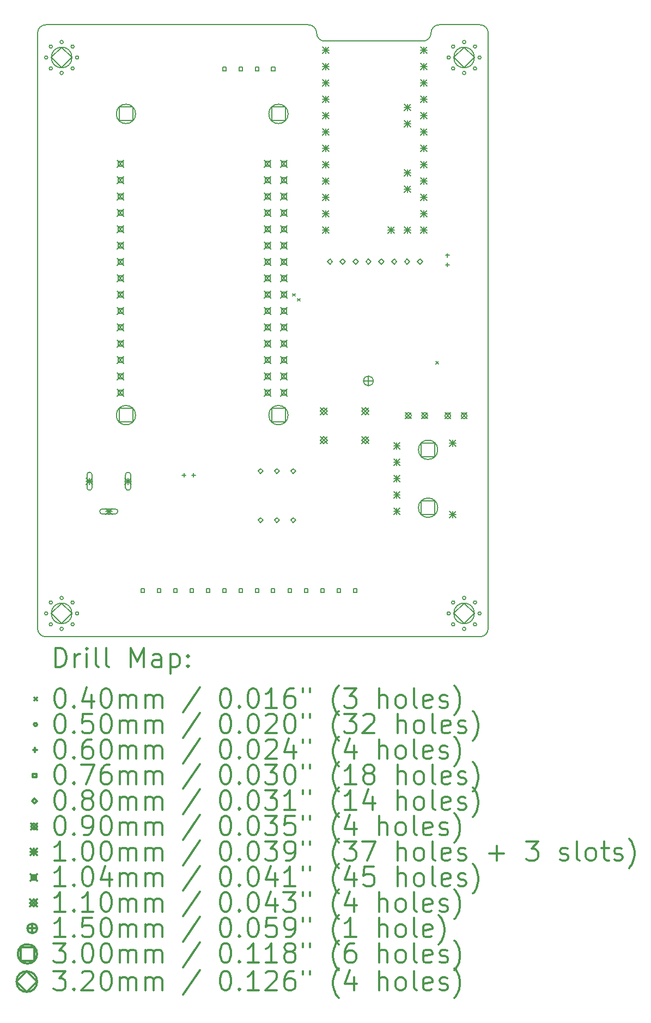
<source format=gbr>
%FSLAX45Y45*%
G04 Gerber Fmt 4.5, Leading zero omitted, Abs format (unit mm)*
G04 Created by KiCad (PCBNEW (5.0.2)-1) date 26.09.2019 18:13:53*
%MOMM*%
%LPD*%
G01*
G04 APERTURE LIST*
%ADD10C,0.150000*%
%ADD11C,0.200000*%
%ADD12C,0.300000*%
G04 APERTURE END LIST*
D10*
X17272000Y-5080000D02*
X17907000Y-5080000D01*
X17145000Y-5207000D02*
G75*
G02X17272000Y-5080000I127000J0D01*
G01*
X15240000Y-5080000D02*
G75*
G02X15367000Y-5207000I0J-127000D01*
G01*
X15494000Y-5334000D02*
G75*
G02X15367000Y-5207000I0J127000D01*
G01*
X17145000Y-5207000D02*
G75*
G02X17018000Y-5334000I-127000J0D01*
G01*
X15494000Y-5334000D02*
X17018000Y-5334000D01*
X18034000Y-14458950D02*
G75*
G02X17907000Y-14585950I-127000J0D01*
G01*
X11150605Y-14585849D02*
G75*
G02X11029950Y-14462760I6345J126899D01*
G01*
X11029950Y-5207000D02*
G75*
G02X11156950Y-5080000I127000J0D01*
G01*
X17907000Y-5080000D02*
G75*
G02X18034000Y-5207000I0J-127000D01*
G01*
X15240000Y-5080000D02*
X11156950Y-5080000D01*
X18034000Y-14458950D02*
X18034000Y-5207000D01*
X11150600Y-14585950D02*
X17905730Y-14585950D01*
X11029950Y-5207000D02*
X11029950Y-14464030D01*
D11*
X14993210Y-9256090D02*
X15033210Y-9296090D01*
X15033210Y-9256090D02*
X14993210Y-9296090D01*
X15069150Y-9330990D02*
X15109150Y-9370990D01*
X15109150Y-9330990D02*
X15069150Y-9370990D01*
X17218590Y-10311340D02*
X17258590Y-10351340D01*
X17258590Y-10311340D02*
X17218590Y-10351340D01*
X11189600Y-14224000D02*
G75*
G03X11189600Y-14224000I-25000J0D01*
G01*
X11259894Y-14054294D02*
G75*
G03X11259894Y-14054294I-25000J0D01*
G01*
X11259894Y-14393706D02*
G75*
G03X11259894Y-14393706I-25000J0D01*
G01*
X11429600Y-13984000D02*
G75*
G03X11429600Y-13984000I-25000J0D01*
G01*
X11429600Y-14464000D02*
G75*
G03X11429600Y-14464000I-25000J0D01*
G01*
X11599306Y-14054294D02*
G75*
G03X11599306Y-14054294I-25000J0D01*
G01*
X11599306Y-14393706D02*
G75*
G03X11599306Y-14393706I-25000J0D01*
G01*
X11669600Y-14224000D02*
G75*
G03X11669600Y-14224000I-25000J0D01*
G01*
X17444400Y-14224000D02*
G75*
G03X17444400Y-14224000I-25000J0D01*
G01*
X17514694Y-14054294D02*
G75*
G03X17514694Y-14054294I-25000J0D01*
G01*
X17514694Y-14393706D02*
G75*
G03X17514694Y-14393706I-25000J0D01*
G01*
X17684400Y-13984000D02*
G75*
G03X17684400Y-13984000I-25000J0D01*
G01*
X17684400Y-14464000D02*
G75*
G03X17684400Y-14464000I-25000J0D01*
G01*
X17854106Y-14054294D02*
G75*
G03X17854106Y-14054294I-25000J0D01*
G01*
X17854106Y-14393706D02*
G75*
G03X17854106Y-14393706I-25000J0D01*
G01*
X17924400Y-14224000D02*
G75*
G03X17924400Y-14224000I-25000J0D01*
G01*
X17444400Y-5588000D02*
G75*
G03X17444400Y-5588000I-25000J0D01*
G01*
X17514694Y-5418294D02*
G75*
G03X17514694Y-5418294I-25000J0D01*
G01*
X17514694Y-5757706D02*
G75*
G03X17514694Y-5757706I-25000J0D01*
G01*
X17684400Y-5348000D02*
G75*
G03X17684400Y-5348000I-25000J0D01*
G01*
X17684400Y-5828000D02*
G75*
G03X17684400Y-5828000I-25000J0D01*
G01*
X17854106Y-5418294D02*
G75*
G03X17854106Y-5418294I-25000J0D01*
G01*
X17854106Y-5757706D02*
G75*
G03X17854106Y-5757706I-25000J0D01*
G01*
X17924400Y-5588000D02*
G75*
G03X17924400Y-5588000I-25000J0D01*
G01*
X11189600Y-5588000D02*
G75*
G03X11189600Y-5588000I-25000J0D01*
G01*
X11259894Y-5418294D02*
G75*
G03X11259894Y-5418294I-25000J0D01*
G01*
X11259894Y-5757706D02*
G75*
G03X11259894Y-5757706I-25000J0D01*
G01*
X11429600Y-5348000D02*
G75*
G03X11429600Y-5348000I-25000J0D01*
G01*
X11429600Y-5828000D02*
G75*
G03X11429600Y-5828000I-25000J0D01*
G01*
X11599306Y-5418294D02*
G75*
G03X11599306Y-5418294I-25000J0D01*
G01*
X11599306Y-5757706D02*
G75*
G03X11599306Y-5757706I-25000J0D01*
G01*
X11669600Y-5588000D02*
G75*
G03X11669600Y-5588000I-25000J0D01*
G01*
X13305800Y-12045200D02*
X13305800Y-12105200D01*
X13275800Y-12075200D02*
X13335800Y-12075200D01*
X13455800Y-12045200D02*
X13455800Y-12105200D01*
X13425800Y-12075200D02*
X13485800Y-12075200D01*
X17399000Y-8628720D02*
X17399000Y-8688720D01*
X17369000Y-8658720D02*
X17429000Y-8658720D01*
X17399000Y-8778720D02*
X17399000Y-8838720D01*
X17369000Y-8808720D02*
X17429000Y-8808720D01*
X12690741Y-13894291D02*
X12690741Y-13840409D01*
X12636859Y-13840409D01*
X12636859Y-13894291D01*
X12690741Y-13894291D01*
X12944741Y-13894291D02*
X12944741Y-13840409D01*
X12890859Y-13840409D01*
X12890859Y-13894291D01*
X12944741Y-13894291D01*
X13198741Y-13894291D02*
X13198741Y-13840409D01*
X13144859Y-13840409D01*
X13144859Y-13894291D01*
X13198741Y-13894291D01*
X13452741Y-13894291D02*
X13452741Y-13840409D01*
X13398859Y-13840409D01*
X13398859Y-13894291D01*
X13452741Y-13894291D01*
X13706741Y-13894291D02*
X13706741Y-13840409D01*
X13652859Y-13840409D01*
X13652859Y-13894291D01*
X13706741Y-13894291D01*
X13960741Y-5794291D02*
X13960741Y-5740409D01*
X13906859Y-5740409D01*
X13906859Y-5794291D01*
X13960741Y-5794291D01*
X13960741Y-13894291D02*
X13960741Y-13840409D01*
X13906859Y-13840409D01*
X13906859Y-13894291D01*
X13960741Y-13894291D01*
X14214741Y-5794291D02*
X14214741Y-5740409D01*
X14160859Y-5740409D01*
X14160859Y-5794291D01*
X14214741Y-5794291D01*
X14214741Y-13894291D02*
X14214741Y-13840409D01*
X14160859Y-13840409D01*
X14160859Y-13894291D01*
X14214741Y-13894291D01*
X14468741Y-5794291D02*
X14468741Y-5740409D01*
X14414859Y-5740409D01*
X14414859Y-5794291D01*
X14468741Y-5794291D01*
X14468741Y-13894291D02*
X14468741Y-13840409D01*
X14414859Y-13840409D01*
X14414859Y-13894291D01*
X14468741Y-13894291D01*
X14712741Y-13894291D02*
X14712741Y-13840409D01*
X14658859Y-13840409D01*
X14658859Y-13894291D01*
X14712741Y-13894291D01*
X14718741Y-5794291D02*
X14718741Y-5740409D01*
X14664859Y-5740409D01*
X14664859Y-5794291D01*
X14718741Y-5794291D01*
X14976741Y-13894291D02*
X14976741Y-13840409D01*
X14922859Y-13840409D01*
X14922859Y-13894291D01*
X14976741Y-13894291D01*
X15230741Y-13894291D02*
X15230741Y-13840409D01*
X15176859Y-13840409D01*
X15176859Y-13894291D01*
X15230741Y-13894291D01*
X15487741Y-13894291D02*
X15487741Y-13840409D01*
X15433859Y-13840409D01*
X15433859Y-13894291D01*
X15487741Y-13894291D01*
X15738741Y-13894291D02*
X15738741Y-13840409D01*
X15684859Y-13840409D01*
X15684859Y-13894291D01*
X15738741Y-13894291D01*
X15992741Y-13894291D02*
X15992741Y-13840409D01*
X15938859Y-13840409D01*
X15938859Y-13894291D01*
X15992741Y-13894291D01*
X15573400Y-8799000D02*
X15613400Y-8759000D01*
X15573400Y-8719000D01*
X15533400Y-8759000D01*
X15573400Y-8799000D01*
X15773400Y-8799000D02*
X15813400Y-8759000D01*
X15773400Y-8719000D01*
X15733400Y-8759000D01*
X15773400Y-8799000D01*
X15973400Y-8799000D02*
X16013400Y-8759000D01*
X15973400Y-8719000D01*
X15933400Y-8759000D01*
X15973400Y-8799000D01*
X16173400Y-8799000D02*
X16213400Y-8759000D01*
X16173400Y-8719000D01*
X16133400Y-8759000D01*
X16173400Y-8799000D01*
X16373400Y-8799000D02*
X16413400Y-8759000D01*
X16373400Y-8719000D01*
X16333400Y-8759000D01*
X16373400Y-8799000D01*
X16573400Y-8799000D02*
X16613400Y-8759000D01*
X16573400Y-8719000D01*
X16533400Y-8759000D01*
X16573400Y-8799000D01*
X16773400Y-8799000D02*
X16813400Y-8759000D01*
X16773400Y-8719000D01*
X16733400Y-8759000D01*
X16773400Y-8799000D01*
X16973400Y-8799000D02*
X17013400Y-8759000D01*
X16973400Y-8719000D01*
X16933400Y-8759000D01*
X16973400Y-8799000D01*
X14497000Y-12054200D02*
X14537000Y-12014200D01*
X14497000Y-11974200D01*
X14457000Y-12014200D01*
X14497000Y-12054200D01*
X14497000Y-12816200D02*
X14537000Y-12776200D01*
X14497000Y-12736200D01*
X14457000Y-12776200D01*
X14497000Y-12816200D01*
X14751000Y-12054200D02*
X14791000Y-12014200D01*
X14751000Y-11974200D01*
X14711000Y-12014200D01*
X14751000Y-12054200D01*
X14751000Y-12816200D02*
X14791000Y-12776200D01*
X14751000Y-12736200D01*
X14711000Y-12776200D01*
X14751000Y-12816200D01*
X15005000Y-12054200D02*
X15045000Y-12014200D01*
X15005000Y-11974200D01*
X14965000Y-12014200D01*
X15005000Y-12054200D01*
X15005000Y-12816200D02*
X15045000Y-12776200D01*
X15005000Y-12736200D01*
X14965000Y-12776200D01*
X15005000Y-12816200D01*
X16748200Y-11105600D02*
X16838200Y-11195600D01*
X16838200Y-11105600D02*
X16748200Y-11195600D01*
X16838200Y-11150600D02*
G75*
G03X16838200Y-11150600I-45000J0D01*
G01*
X17002200Y-11105600D02*
X17092200Y-11195600D01*
X17092200Y-11105600D02*
X17002200Y-11195600D01*
X17092200Y-11150600D02*
G75*
G03X17092200Y-11150600I-45000J0D01*
G01*
X17361600Y-11108100D02*
X17451600Y-11198100D01*
X17451600Y-11108100D02*
X17361600Y-11198100D01*
X17451600Y-11153100D02*
G75*
G03X17451600Y-11153100I-45000J0D01*
G01*
X17615600Y-11108100D02*
X17705600Y-11198100D01*
X17705600Y-11108100D02*
X17615600Y-11198100D01*
X17705600Y-11153100D02*
G75*
G03X17705600Y-11153100I-45000J0D01*
G01*
X11787100Y-12120400D02*
X11887100Y-12220400D01*
X11887100Y-12120400D02*
X11787100Y-12220400D01*
X11837100Y-12120400D02*
X11837100Y-12220400D01*
X11787100Y-12170400D02*
X11887100Y-12170400D01*
X11797100Y-12070400D02*
X11797100Y-12270400D01*
X11877100Y-12070400D02*
X11877100Y-12270400D01*
X11797100Y-12270400D02*
G75*
G03X11877100Y-12270400I40000J0D01*
G01*
X11877100Y-12070400D02*
G75*
G03X11797100Y-12070400I-40000J0D01*
G01*
X12087100Y-12590400D02*
X12187100Y-12690400D01*
X12187100Y-12590400D02*
X12087100Y-12690400D01*
X12137100Y-12590400D02*
X12137100Y-12690400D01*
X12087100Y-12640400D02*
X12187100Y-12640400D01*
X12037100Y-12680400D02*
X12237100Y-12680400D01*
X12037100Y-12600400D02*
X12237100Y-12600400D01*
X12237100Y-12680400D02*
G75*
G03X12237100Y-12600400I0J40000D01*
G01*
X12037100Y-12600400D02*
G75*
G03X12037100Y-12680400I0J-40000D01*
G01*
X12387100Y-12120400D02*
X12487100Y-12220400D01*
X12487100Y-12120400D02*
X12387100Y-12220400D01*
X12437100Y-12120400D02*
X12437100Y-12220400D01*
X12387100Y-12170400D02*
X12487100Y-12170400D01*
X12397100Y-12070400D02*
X12397100Y-12270400D01*
X12477100Y-12070400D02*
X12477100Y-12270400D01*
X12397100Y-12270400D02*
G75*
G03X12477100Y-12270400I40000J0D01*
G01*
X12477100Y-12070400D02*
G75*
G03X12397100Y-12070400I-40000J0D01*
G01*
X15456700Y-5423700D02*
X15556700Y-5523700D01*
X15556700Y-5423700D02*
X15456700Y-5523700D01*
X15506700Y-5423700D02*
X15506700Y-5523700D01*
X15456700Y-5473700D02*
X15556700Y-5473700D01*
X15456700Y-5677700D02*
X15556700Y-5777700D01*
X15556700Y-5677700D02*
X15456700Y-5777700D01*
X15506700Y-5677700D02*
X15506700Y-5777700D01*
X15456700Y-5727700D02*
X15556700Y-5727700D01*
X15456700Y-5931700D02*
X15556700Y-6031700D01*
X15556700Y-5931700D02*
X15456700Y-6031700D01*
X15506700Y-5931700D02*
X15506700Y-6031700D01*
X15456700Y-5981700D02*
X15556700Y-5981700D01*
X15456700Y-6185700D02*
X15556700Y-6285700D01*
X15556700Y-6185700D02*
X15456700Y-6285700D01*
X15506700Y-6185700D02*
X15506700Y-6285700D01*
X15456700Y-6235700D02*
X15556700Y-6235700D01*
X15456700Y-6439700D02*
X15556700Y-6539700D01*
X15556700Y-6439700D02*
X15456700Y-6539700D01*
X15506700Y-6439700D02*
X15506700Y-6539700D01*
X15456700Y-6489700D02*
X15556700Y-6489700D01*
X15456700Y-6693700D02*
X15556700Y-6793700D01*
X15556700Y-6693700D02*
X15456700Y-6793700D01*
X15506700Y-6693700D02*
X15506700Y-6793700D01*
X15456700Y-6743700D02*
X15556700Y-6743700D01*
X15456700Y-6947700D02*
X15556700Y-7047700D01*
X15556700Y-6947700D02*
X15456700Y-7047700D01*
X15506700Y-6947700D02*
X15506700Y-7047700D01*
X15456700Y-6997700D02*
X15556700Y-6997700D01*
X15456700Y-7201700D02*
X15556700Y-7301700D01*
X15556700Y-7201700D02*
X15456700Y-7301700D01*
X15506700Y-7201700D02*
X15506700Y-7301700D01*
X15456700Y-7251700D02*
X15556700Y-7251700D01*
X15456700Y-7455700D02*
X15556700Y-7555700D01*
X15556700Y-7455700D02*
X15456700Y-7555700D01*
X15506700Y-7455700D02*
X15506700Y-7555700D01*
X15456700Y-7505700D02*
X15556700Y-7505700D01*
X15456700Y-7709700D02*
X15556700Y-7809700D01*
X15556700Y-7709700D02*
X15456700Y-7809700D01*
X15506700Y-7709700D02*
X15506700Y-7809700D01*
X15456700Y-7759700D02*
X15556700Y-7759700D01*
X15456700Y-7963700D02*
X15556700Y-8063700D01*
X15556700Y-7963700D02*
X15456700Y-8063700D01*
X15506700Y-7963700D02*
X15506700Y-8063700D01*
X15456700Y-8013700D02*
X15556700Y-8013700D01*
X15456700Y-8217700D02*
X15556700Y-8317700D01*
X15556700Y-8217700D02*
X15456700Y-8317700D01*
X15506700Y-8217700D02*
X15506700Y-8317700D01*
X15456700Y-8267700D02*
X15556700Y-8267700D01*
X16472700Y-8217700D02*
X16572700Y-8317700D01*
X16572700Y-8217700D02*
X16472700Y-8317700D01*
X16522700Y-8217700D02*
X16522700Y-8317700D01*
X16472700Y-8267700D02*
X16572700Y-8267700D01*
X16726700Y-6312700D02*
X16826700Y-6412700D01*
X16826700Y-6312700D02*
X16726700Y-6412700D01*
X16776700Y-6312700D02*
X16776700Y-6412700D01*
X16726700Y-6362700D02*
X16826700Y-6362700D01*
X16726700Y-6566700D02*
X16826700Y-6666700D01*
X16826700Y-6566700D02*
X16726700Y-6666700D01*
X16776700Y-6566700D02*
X16776700Y-6666700D01*
X16726700Y-6616700D02*
X16826700Y-6616700D01*
X16726700Y-7328700D02*
X16826700Y-7428700D01*
X16826700Y-7328700D02*
X16726700Y-7428700D01*
X16776700Y-7328700D02*
X16776700Y-7428700D01*
X16726700Y-7378700D02*
X16826700Y-7378700D01*
X16726700Y-7582700D02*
X16826700Y-7682700D01*
X16826700Y-7582700D02*
X16726700Y-7682700D01*
X16776700Y-7582700D02*
X16776700Y-7682700D01*
X16726700Y-7632700D02*
X16826700Y-7632700D01*
X16726700Y-8217700D02*
X16826700Y-8317700D01*
X16826700Y-8217700D02*
X16726700Y-8317700D01*
X16776700Y-8217700D02*
X16776700Y-8317700D01*
X16726700Y-8267700D02*
X16826700Y-8267700D01*
X16980700Y-5423700D02*
X17080700Y-5523700D01*
X17080700Y-5423700D02*
X16980700Y-5523700D01*
X17030700Y-5423700D02*
X17030700Y-5523700D01*
X16980700Y-5473700D02*
X17080700Y-5473700D01*
X16980700Y-5677700D02*
X17080700Y-5777700D01*
X17080700Y-5677700D02*
X16980700Y-5777700D01*
X17030700Y-5677700D02*
X17030700Y-5777700D01*
X16980700Y-5727700D02*
X17080700Y-5727700D01*
X16980700Y-5931700D02*
X17080700Y-6031700D01*
X17080700Y-5931700D02*
X16980700Y-6031700D01*
X17030700Y-5931700D02*
X17030700Y-6031700D01*
X16980700Y-5981700D02*
X17080700Y-5981700D01*
X16980700Y-6185700D02*
X17080700Y-6285700D01*
X17080700Y-6185700D02*
X16980700Y-6285700D01*
X17030700Y-6185700D02*
X17030700Y-6285700D01*
X16980700Y-6235700D02*
X17080700Y-6235700D01*
X16980700Y-6439700D02*
X17080700Y-6539700D01*
X17080700Y-6439700D02*
X16980700Y-6539700D01*
X17030700Y-6439700D02*
X17030700Y-6539700D01*
X16980700Y-6489700D02*
X17080700Y-6489700D01*
X16980700Y-6693700D02*
X17080700Y-6793700D01*
X17080700Y-6693700D02*
X16980700Y-6793700D01*
X17030700Y-6693700D02*
X17030700Y-6793700D01*
X16980700Y-6743700D02*
X17080700Y-6743700D01*
X16980700Y-6947700D02*
X17080700Y-7047700D01*
X17080700Y-6947700D02*
X16980700Y-7047700D01*
X17030700Y-6947700D02*
X17030700Y-7047700D01*
X16980700Y-6997700D02*
X17080700Y-6997700D01*
X16980700Y-7201700D02*
X17080700Y-7301700D01*
X17080700Y-7201700D02*
X16980700Y-7301700D01*
X17030700Y-7201700D02*
X17030700Y-7301700D01*
X16980700Y-7251700D02*
X17080700Y-7251700D01*
X16980700Y-7455700D02*
X17080700Y-7555700D01*
X17080700Y-7455700D02*
X16980700Y-7555700D01*
X17030700Y-7455700D02*
X17030700Y-7555700D01*
X16980700Y-7505700D02*
X17080700Y-7505700D01*
X16980700Y-7709700D02*
X17080700Y-7809700D01*
X17080700Y-7709700D02*
X16980700Y-7809700D01*
X17030700Y-7709700D02*
X17030700Y-7809700D01*
X16980700Y-7759700D02*
X17080700Y-7759700D01*
X16980700Y-7963700D02*
X17080700Y-8063700D01*
X17080700Y-7963700D02*
X16980700Y-8063700D01*
X17030700Y-7963700D02*
X17030700Y-8063700D01*
X16980700Y-8013700D02*
X17080700Y-8013700D01*
X16980700Y-8217700D02*
X17080700Y-8317700D01*
X17080700Y-8217700D02*
X16980700Y-8317700D01*
X17030700Y-8217700D02*
X17030700Y-8317700D01*
X16980700Y-8267700D02*
X17080700Y-8267700D01*
X16563700Y-11573900D02*
X16663700Y-11673900D01*
X16663700Y-11573900D02*
X16563700Y-11673900D01*
X16613700Y-11573900D02*
X16613700Y-11673900D01*
X16563700Y-11623900D02*
X16663700Y-11623900D01*
X16563700Y-11827900D02*
X16663700Y-11927900D01*
X16663700Y-11827900D02*
X16563700Y-11927900D01*
X16613700Y-11827900D02*
X16613700Y-11927900D01*
X16563700Y-11877900D02*
X16663700Y-11877900D01*
X16563700Y-12081900D02*
X16663700Y-12181900D01*
X16663700Y-12081900D02*
X16563700Y-12181900D01*
X16613700Y-12081900D02*
X16613700Y-12181900D01*
X16563700Y-12131900D02*
X16663700Y-12131900D01*
X16563700Y-12335900D02*
X16663700Y-12435900D01*
X16663700Y-12335900D02*
X16563700Y-12435900D01*
X16613700Y-12335900D02*
X16613700Y-12435900D01*
X16563700Y-12385900D02*
X16663700Y-12385900D01*
X16563700Y-12589900D02*
X16663700Y-12689900D01*
X16663700Y-12589900D02*
X16563700Y-12689900D01*
X16613700Y-12589900D02*
X16613700Y-12689900D01*
X16563700Y-12639900D02*
X16663700Y-12639900D01*
X17429700Y-11526900D02*
X17529700Y-11626900D01*
X17529700Y-11526900D02*
X17429700Y-11626900D01*
X17479700Y-11526900D02*
X17479700Y-11626900D01*
X17429700Y-11576900D02*
X17529700Y-11576900D01*
X17434700Y-12636900D02*
X17534700Y-12736900D01*
X17534700Y-12636900D02*
X17434700Y-12736900D01*
X17484700Y-12636900D02*
X17484700Y-12736900D01*
X17434700Y-12686900D02*
X17534700Y-12686900D01*
X12267000Y-7187000D02*
X12371000Y-7291000D01*
X12371000Y-7187000D02*
X12267000Y-7291000D01*
X12355770Y-7275770D02*
X12355770Y-7202230D01*
X12282230Y-7202230D01*
X12282230Y-7275770D01*
X12355770Y-7275770D01*
X12267000Y-7441000D02*
X12371000Y-7545000D01*
X12371000Y-7441000D02*
X12267000Y-7545000D01*
X12355770Y-7529770D02*
X12355770Y-7456230D01*
X12282230Y-7456230D01*
X12282230Y-7529770D01*
X12355770Y-7529770D01*
X12267000Y-7695000D02*
X12371000Y-7799000D01*
X12371000Y-7695000D02*
X12267000Y-7799000D01*
X12355770Y-7783770D02*
X12355770Y-7710230D01*
X12282230Y-7710230D01*
X12282230Y-7783770D01*
X12355770Y-7783770D01*
X12267000Y-7949000D02*
X12371000Y-8053000D01*
X12371000Y-7949000D02*
X12267000Y-8053000D01*
X12355770Y-8037770D02*
X12355770Y-7964230D01*
X12282230Y-7964230D01*
X12282230Y-8037770D01*
X12355770Y-8037770D01*
X12267000Y-8203000D02*
X12371000Y-8307000D01*
X12371000Y-8203000D02*
X12267000Y-8307000D01*
X12355770Y-8291770D02*
X12355770Y-8218230D01*
X12282230Y-8218230D01*
X12282230Y-8291770D01*
X12355770Y-8291770D01*
X12267000Y-8457000D02*
X12371000Y-8561000D01*
X12371000Y-8457000D02*
X12267000Y-8561000D01*
X12355770Y-8545770D02*
X12355770Y-8472230D01*
X12282230Y-8472230D01*
X12282230Y-8545770D01*
X12355770Y-8545770D01*
X12267000Y-8711000D02*
X12371000Y-8815000D01*
X12371000Y-8711000D02*
X12267000Y-8815000D01*
X12355770Y-8799770D02*
X12355770Y-8726230D01*
X12282230Y-8726230D01*
X12282230Y-8799770D01*
X12355770Y-8799770D01*
X12267000Y-8965000D02*
X12371000Y-9069000D01*
X12371000Y-8965000D02*
X12267000Y-9069000D01*
X12355770Y-9053770D02*
X12355770Y-8980230D01*
X12282230Y-8980230D01*
X12282230Y-9053770D01*
X12355770Y-9053770D01*
X12267000Y-9219000D02*
X12371000Y-9323000D01*
X12371000Y-9219000D02*
X12267000Y-9323000D01*
X12355770Y-9307770D02*
X12355770Y-9234230D01*
X12282230Y-9234230D01*
X12282230Y-9307770D01*
X12355770Y-9307770D01*
X12267000Y-9473000D02*
X12371000Y-9577000D01*
X12371000Y-9473000D02*
X12267000Y-9577000D01*
X12355770Y-9561770D02*
X12355770Y-9488230D01*
X12282230Y-9488230D01*
X12282230Y-9561770D01*
X12355770Y-9561770D01*
X12267000Y-9727000D02*
X12371000Y-9831000D01*
X12371000Y-9727000D02*
X12267000Y-9831000D01*
X12355770Y-9815770D02*
X12355770Y-9742230D01*
X12282230Y-9742230D01*
X12282230Y-9815770D01*
X12355770Y-9815770D01*
X12267000Y-9981000D02*
X12371000Y-10085000D01*
X12371000Y-9981000D02*
X12267000Y-10085000D01*
X12355770Y-10069770D02*
X12355770Y-9996230D01*
X12282230Y-9996230D01*
X12282230Y-10069770D01*
X12355770Y-10069770D01*
X12267000Y-10235000D02*
X12371000Y-10339000D01*
X12371000Y-10235000D02*
X12267000Y-10339000D01*
X12355770Y-10323770D02*
X12355770Y-10250230D01*
X12282230Y-10250230D01*
X12282230Y-10323770D01*
X12355770Y-10323770D01*
X12267000Y-10489000D02*
X12371000Y-10593000D01*
X12371000Y-10489000D02*
X12267000Y-10593000D01*
X12355770Y-10577770D02*
X12355770Y-10504230D01*
X12282230Y-10504230D01*
X12282230Y-10577770D01*
X12355770Y-10577770D01*
X12267000Y-10743000D02*
X12371000Y-10847000D01*
X12371000Y-10743000D02*
X12267000Y-10847000D01*
X12355770Y-10831770D02*
X12355770Y-10758230D01*
X12282230Y-10758230D01*
X12282230Y-10831770D01*
X12355770Y-10831770D01*
X14553000Y-7187000D02*
X14657000Y-7291000D01*
X14657000Y-7187000D02*
X14553000Y-7291000D01*
X14641770Y-7275770D02*
X14641770Y-7202230D01*
X14568230Y-7202230D01*
X14568230Y-7275770D01*
X14641770Y-7275770D01*
X14553000Y-7441000D02*
X14657000Y-7545000D01*
X14657000Y-7441000D02*
X14553000Y-7545000D01*
X14641770Y-7529770D02*
X14641770Y-7456230D01*
X14568230Y-7456230D01*
X14568230Y-7529770D01*
X14641770Y-7529770D01*
X14553000Y-7695000D02*
X14657000Y-7799000D01*
X14657000Y-7695000D02*
X14553000Y-7799000D01*
X14641770Y-7783770D02*
X14641770Y-7710230D01*
X14568230Y-7710230D01*
X14568230Y-7783770D01*
X14641770Y-7783770D01*
X14553000Y-7949000D02*
X14657000Y-8053000D01*
X14657000Y-7949000D02*
X14553000Y-8053000D01*
X14641770Y-8037770D02*
X14641770Y-7964230D01*
X14568230Y-7964230D01*
X14568230Y-8037770D01*
X14641770Y-8037770D01*
X14553000Y-8203000D02*
X14657000Y-8307000D01*
X14657000Y-8203000D02*
X14553000Y-8307000D01*
X14641770Y-8291770D02*
X14641770Y-8218230D01*
X14568230Y-8218230D01*
X14568230Y-8291770D01*
X14641770Y-8291770D01*
X14553000Y-8457000D02*
X14657000Y-8561000D01*
X14657000Y-8457000D02*
X14553000Y-8561000D01*
X14641770Y-8545770D02*
X14641770Y-8472230D01*
X14568230Y-8472230D01*
X14568230Y-8545770D01*
X14641770Y-8545770D01*
X14553000Y-8711000D02*
X14657000Y-8815000D01*
X14657000Y-8711000D02*
X14553000Y-8815000D01*
X14641770Y-8799770D02*
X14641770Y-8726230D01*
X14568230Y-8726230D01*
X14568230Y-8799770D01*
X14641770Y-8799770D01*
X14553000Y-8965000D02*
X14657000Y-9069000D01*
X14657000Y-8965000D02*
X14553000Y-9069000D01*
X14641770Y-9053770D02*
X14641770Y-8980230D01*
X14568230Y-8980230D01*
X14568230Y-9053770D01*
X14641770Y-9053770D01*
X14553000Y-9219000D02*
X14657000Y-9323000D01*
X14657000Y-9219000D02*
X14553000Y-9323000D01*
X14641770Y-9307770D02*
X14641770Y-9234230D01*
X14568230Y-9234230D01*
X14568230Y-9307770D01*
X14641770Y-9307770D01*
X14553000Y-9473000D02*
X14657000Y-9577000D01*
X14657000Y-9473000D02*
X14553000Y-9577000D01*
X14641770Y-9561770D02*
X14641770Y-9488230D01*
X14568230Y-9488230D01*
X14568230Y-9561770D01*
X14641770Y-9561770D01*
X14553000Y-9727000D02*
X14657000Y-9831000D01*
X14657000Y-9727000D02*
X14553000Y-9831000D01*
X14641770Y-9815770D02*
X14641770Y-9742230D01*
X14568230Y-9742230D01*
X14568230Y-9815770D01*
X14641770Y-9815770D01*
X14553000Y-9981000D02*
X14657000Y-10085000D01*
X14657000Y-9981000D02*
X14553000Y-10085000D01*
X14641770Y-10069770D02*
X14641770Y-9996230D01*
X14568230Y-9996230D01*
X14568230Y-10069770D01*
X14641770Y-10069770D01*
X14553000Y-10235000D02*
X14657000Y-10339000D01*
X14657000Y-10235000D02*
X14553000Y-10339000D01*
X14641770Y-10323770D02*
X14641770Y-10250230D01*
X14568230Y-10250230D01*
X14568230Y-10323770D01*
X14641770Y-10323770D01*
X14553000Y-10489000D02*
X14657000Y-10593000D01*
X14657000Y-10489000D02*
X14553000Y-10593000D01*
X14641770Y-10577770D02*
X14641770Y-10504230D01*
X14568230Y-10504230D01*
X14568230Y-10577770D01*
X14641770Y-10577770D01*
X14553000Y-10743000D02*
X14657000Y-10847000D01*
X14657000Y-10743000D02*
X14553000Y-10847000D01*
X14641770Y-10831770D02*
X14641770Y-10758230D01*
X14568230Y-10758230D01*
X14568230Y-10831770D01*
X14641770Y-10831770D01*
X14807000Y-7187000D02*
X14911000Y-7291000D01*
X14911000Y-7187000D02*
X14807000Y-7291000D01*
X14895770Y-7275770D02*
X14895770Y-7202230D01*
X14822230Y-7202230D01*
X14822230Y-7275770D01*
X14895770Y-7275770D01*
X14807000Y-7441000D02*
X14911000Y-7545000D01*
X14911000Y-7441000D02*
X14807000Y-7545000D01*
X14895770Y-7529770D02*
X14895770Y-7456230D01*
X14822230Y-7456230D01*
X14822230Y-7529770D01*
X14895770Y-7529770D01*
X14807000Y-7695000D02*
X14911000Y-7799000D01*
X14911000Y-7695000D02*
X14807000Y-7799000D01*
X14895770Y-7783770D02*
X14895770Y-7710230D01*
X14822230Y-7710230D01*
X14822230Y-7783770D01*
X14895770Y-7783770D01*
X14807000Y-7949000D02*
X14911000Y-8053000D01*
X14911000Y-7949000D02*
X14807000Y-8053000D01*
X14895770Y-8037770D02*
X14895770Y-7964230D01*
X14822230Y-7964230D01*
X14822230Y-8037770D01*
X14895770Y-8037770D01*
X14807000Y-8203000D02*
X14911000Y-8307000D01*
X14911000Y-8203000D02*
X14807000Y-8307000D01*
X14895770Y-8291770D02*
X14895770Y-8218230D01*
X14822230Y-8218230D01*
X14822230Y-8291770D01*
X14895770Y-8291770D01*
X14807000Y-8457000D02*
X14911000Y-8561000D01*
X14911000Y-8457000D02*
X14807000Y-8561000D01*
X14895770Y-8545770D02*
X14895770Y-8472230D01*
X14822230Y-8472230D01*
X14822230Y-8545770D01*
X14895770Y-8545770D01*
X14807000Y-8711000D02*
X14911000Y-8815000D01*
X14911000Y-8711000D02*
X14807000Y-8815000D01*
X14895770Y-8799770D02*
X14895770Y-8726230D01*
X14822230Y-8726230D01*
X14822230Y-8799770D01*
X14895770Y-8799770D01*
X14807000Y-8965000D02*
X14911000Y-9069000D01*
X14911000Y-8965000D02*
X14807000Y-9069000D01*
X14895770Y-9053770D02*
X14895770Y-8980230D01*
X14822230Y-8980230D01*
X14822230Y-9053770D01*
X14895770Y-9053770D01*
X14807000Y-9219000D02*
X14911000Y-9323000D01*
X14911000Y-9219000D02*
X14807000Y-9323000D01*
X14895770Y-9307770D02*
X14895770Y-9234230D01*
X14822230Y-9234230D01*
X14822230Y-9307770D01*
X14895770Y-9307770D01*
X14807000Y-9473000D02*
X14911000Y-9577000D01*
X14911000Y-9473000D02*
X14807000Y-9577000D01*
X14895770Y-9561770D02*
X14895770Y-9488230D01*
X14822230Y-9488230D01*
X14822230Y-9561770D01*
X14895770Y-9561770D01*
X14807000Y-9727000D02*
X14911000Y-9831000D01*
X14911000Y-9727000D02*
X14807000Y-9831000D01*
X14895770Y-9815770D02*
X14895770Y-9742230D01*
X14822230Y-9742230D01*
X14822230Y-9815770D01*
X14895770Y-9815770D01*
X14807000Y-9981000D02*
X14911000Y-10085000D01*
X14911000Y-9981000D02*
X14807000Y-10085000D01*
X14895770Y-10069770D02*
X14895770Y-9996230D01*
X14822230Y-9996230D01*
X14822230Y-10069770D01*
X14895770Y-10069770D01*
X14807000Y-10235000D02*
X14911000Y-10339000D01*
X14911000Y-10235000D02*
X14807000Y-10339000D01*
X14895770Y-10323770D02*
X14895770Y-10250230D01*
X14822230Y-10250230D01*
X14822230Y-10323770D01*
X14895770Y-10323770D01*
X14807000Y-10489000D02*
X14911000Y-10593000D01*
X14911000Y-10489000D02*
X14807000Y-10593000D01*
X14895770Y-10577770D02*
X14895770Y-10504230D01*
X14822230Y-10504230D01*
X14822230Y-10577770D01*
X14895770Y-10577770D01*
X14807000Y-10743000D02*
X14911000Y-10847000D01*
X14911000Y-10743000D02*
X14807000Y-10847000D01*
X14895770Y-10831770D02*
X14895770Y-10758230D01*
X14822230Y-10758230D01*
X14822230Y-10831770D01*
X14895770Y-10831770D01*
X15421200Y-11027000D02*
X15531200Y-11137000D01*
X15531200Y-11027000D02*
X15421200Y-11137000D01*
X15476200Y-11137000D02*
X15531200Y-11082000D01*
X15476200Y-11027000D01*
X15421200Y-11082000D01*
X15476200Y-11137000D01*
X15421200Y-11477000D02*
X15531200Y-11587000D01*
X15531200Y-11477000D02*
X15421200Y-11587000D01*
X15476200Y-11587000D02*
X15531200Y-11532000D01*
X15476200Y-11477000D01*
X15421200Y-11532000D01*
X15476200Y-11587000D01*
X16071200Y-11027000D02*
X16181200Y-11137000D01*
X16181200Y-11027000D02*
X16071200Y-11137000D01*
X16126200Y-11137000D02*
X16181200Y-11082000D01*
X16126200Y-11027000D01*
X16071200Y-11082000D01*
X16126200Y-11137000D01*
X16071200Y-11477000D02*
X16181200Y-11587000D01*
X16181200Y-11477000D02*
X16071200Y-11587000D01*
X16126200Y-11587000D02*
X16181200Y-11532000D01*
X16126200Y-11477000D01*
X16071200Y-11532000D01*
X16126200Y-11587000D01*
X16172200Y-10537100D02*
X16172200Y-10687100D01*
X16097200Y-10612100D02*
X16247200Y-10612100D01*
X16247200Y-10612100D02*
G75*
G03X16247200Y-10612100I-75000J0D01*
G01*
X12510067Y-6570067D02*
X12510067Y-6357933D01*
X12297933Y-6357933D01*
X12297933Y-6570067D01*
X12510067Y-6570067D01*
X12554000Y-6464000D02*
G75*
G03X12554000Y-6464000I-150000J0D01*
G01*
X12510067Y-11250067D02*
X12510067Y-11037933D01*
X12297933Y-11037933D01*
X12297933Y-11250067D01*
X12510067Y-11250067D01*
X12554000Y-11144000D02*
G75*
G03X12554000Y-11144000I-150000J0D01*
G01*
X14880067Y-6570067D02*
X14880067Y-6357933D01*
X14667933Y-6357933D01*
X14667933Y-6570067D01*
X14880067Y-6570067D01*
X14924000Y-6464000D02*
G75*
G03X14924000Y-6464000I-150000J0D01*
G01*
X14880067Y-11250067D02*
X14880067Y-11037933D01*
X14667933Y-11037933D01*
X14667933Y-11250067D01*
X14880067Y-11250067D01*
X14924000Y-11144000D02*
G75*
G03X14924000Y-11144000I-150000J0D01*
G01*
X17205767Y-11787967D02*
X17205767Y-11575833D01*
X16993633Y-11575833D01*
X16993633Y-11787967D01*
X17205767Y-11787967D01*
X17249700Y-11681900D02*
G75*
G03X17249700Y-11681900I-150000J0D01*
G01*
X17205767Y-12687967D02*
X17205767Y-12475833D01*
X16993633Y-12475833D01*
X16993633Y-12687967D01*
X17205767Y-12687967D01*
X17249700Y-12581900D02*
G75*
G03X17249700Y-12581900I-150000J0D01*
G01*
X11404600Y-14384000D02*
X11564600Y-14224000D01*
X11404600Y-14064000D01*
X11244600Y-14224000D01*
X11404600Y-14384000D01*
X11564600Y-14224000D02*
G75*
G03X11564600Y-14224000I-160000J0D01*
G01*
X17659400Y-14384000D02*
X17819400Y-14224000D01*
X17659400Y-14064000D01*
X17499400Y-14224000D01*
X17659400Y-14384000D01*
X17819400Y-14224000D02*
G75*
G03X17819400Y-14224000I-160000J0D01*
G01*
X17659400Y-5748000D02*
X17819400Y-5588000D01*
X17659400Y-5428000D01*
X17499400Y-5588000D01*
X17659400Y-5748000D01*
X17819400Y-5588000D02*
G75*
G03X17819400Y-5588000I-160000J0D01*
G01*
X11404600Y-5748000D02*
X11564600Y-5588000D01*
X11404600Y-5428000D01*
X11244600Y-5588000D01*
X11404600Y-5748000D01*
X11564600Y-5588000D02*
G75*
G03X11564600Y-5588000I-160000J0D01*
G01*
D12*
X11308878Y-15059164D02*
X11308878Y-14759164D01*
X11380307Y-14759164D01*
X11423164Y-14773450D01*
X11451736Y-14802021D01*
X11466021Y-14830593D01*
X11480307Y-14887736D01*
X11480307Y-14930593D01*
X11466021Y-14987736D01*
X11451736Y-15016307D01*
X11423164Y-15044879D01*
X11380307Y-15059164D01*
X11308878Y-15059164D01*
X11608878Y-15059164D02*
X11608878Y-14859164D01*
X11608878Y-14916307D02*
X11623164Y-14887736D01*
X11637450Y-14873450D01*
X11666021Y-14859164D01*
X11694593Y-14859164D01*
X11794593Y-15059164D02*
X11794593Y-14859164D01*
X11794593Y-14759164D02*
X11780307Y-14773450D01*
X11794593Y-14787736D01*
X11808878Y-14773450D01*
X11794593Y-14759164D01*
X11794593Y-14787736D01*
X11980307Y-15059164D02*
X11951736Y-15044879D01*
X11937450Y-15016307D01*
X11937450Y-14759164D01*
X12137450Y-15059164D02*
X12108878Y-15044879D01*
X12094593Y-15016307D01*
X12094593Y-14759164D01*
X12480307Y-15059164D02*
X12480307Y-14759164D01*
X12580307Y-14973450D01*
X12680307Y-14759164D01*
X12680307Y-15059164D01*
X12951736Y-15059164D02*
X12951736Y-14902021D01*
X12937450Y-14873450D01*
X12908878Y-14859164D01*
X12851736Y-14859164D01*
X12823164Y-14873450D01*
X12951736Y-15044879D02*
X12923164Y-15059164D01*
X12851736Y-15059164D01*
X12823164Y-15044879D01*
X12808878Y-15016307D01*
X12808878Y-14987736D01*
X12823164Y-14959164D01*
X12851736Y-14944879D01*
X12923164Y-14944879D01*
X12951736Y-14930593D01*
X13094593Y-14859164D02*
X13094593Y-15159164D01*
X13094593Y-14873450D02*
X13123164Y-14859164D01*
X13180307Y-14859164D01*
X13208878Y-14873450D01*
X13223164Y-14887736D01*
X13237450Y-14916307D01*
X13237450Y-15002021D01*
X13223164Y-15030593D01*
X13208878Y-15044879D01*
X13180307Y-15059164D01*
X13123164Y-15059164D01*
X13094593Y-15044879D01*
X13366021Y-15030593D02*
X13380307Y-15044879D01*
X13366021Y-15059164D01*
X13351736Y-15044879D01*
X13366021Y-15030593D01*
X13366021Y-15059164D01*
X13366021Y-14873450D02*
X13380307Y-14887736D01*
X13366021Y-14902021D01*
X13351736Y-14887736D01*
X13366021Y-14873450D01*
X13366021Y-14902021D01*
X10982450Y-15533450D02*
X11022450Y-15573450D01*
X11022450Y-15533450D02*
X10982450Y-15573450D01*
X11366021Y-15389164D02*
X11394593Y-15389164D01*
X11423164Y-15403450D01*
X11437450Y-15417736D01*
X11451736Y-15446307D01*
X11466021Y-15503450D01*
X11466021Y-15574879D01*
X11451736Y-15632021D01*
X11437450Y-15660593D01*
X11423164Y-15674879D01*
X11394593Y-15689164D01*
X11366021Y-15689164D01*
X11337450Y-15674879D01*
X11323164Y-15660593D01*
X11308878Y-15632021D01*
X11294593Y-15574879D01*
X11294593Y-15503450D01*
X11308878Y-15446307D01*
X11323164Y-15417736D01*
X11337450Y-15403450D01*
X11366021Y-15389164D01*
X11594593Y-15660593D02*
X11608878Y-15674879D01*
X11594593Y-15689164D01*
X11580307Y-15674879D01*
X11594593Y-15660593D01*
X11594593Y-15689164D01*
X11866021Y-15489164D02*
X11866021Y-15689164D01*
X11794593Y-15374879D02*
X11723164Y-15589164D01*
X11908878Y-15589164D01*
X12080307Y-15389164D02*
X12108878Y-15389164D01*
X12137450Y-15403450D01*
X12151736Y-15417736D01*
X12166021Y-15446307D01*
X12180307Y-15503450D01*
X12180307Y-15574879D01*
X12166021Y-15632021D01*
X12151736Y-15660593D01*
X12137450Y-15674879D01*
X12108878Y-15689164D01*
X12080307Y-15689164D01*
X12051736Y-15674879D01*
X12037450Y-15660593D01*
X12023164Y-15632021D01*
X12008878Y-15574879D01*
X12008878Y-15503450D01*
X12023164Y-15446307D01*
X12037450Y-15417736D01*
X12051736Y-15403450D01*
X12080307Y-15389164D01*
X12308878Y-15689164D02*
X12308878Y-15489164D01*
X12308878Y-15517736D02*
X12323164Y-15503450D01*
X12351736Y-15489164D01*
X12394593Y-15489164D01*
X12423164Y-15503450D01*
X12437450Y-15532021D01*
X12437450Y-15689164D01*
X12437450Y-15532021D02*
X12451736Y-15503450D01*
X12480307Y-15489164D01*
X12523164Y-15489164D01*
X12551736Y-15503450D01*
X12566021Y-15532021D01*
X12566021Y-15689164D01*
X12708878Y-15689164D02*
X12708878Y-15489164D01*
X12708878Y-15517736D02*
X12723164Y-15503450D01*
X12751736Y-15489164D01*
X12794593Y-15489164D01*
X12823164Y-15503450D01*
X12837450Y-15532021D01*
X12837450Y-15689164D01*
X12837450Y-15532021D02*
X12851736Y-15503450D01*
X12880307Y-15489164D01*
X12923164Y-15489164D01*
X12951736Y-15503450D01*
X12966021Y-15532021D01*
X12966021Y-15689164D01*
X13551736Y-15374879D02*
X13294593Y-15760593D01*
X13937450Y-15389164D02*
X13966021Y-15389164D01*
X13994593Y-15403450D01*
X14008878Y-15417736D01*
X14023164Y-15446307D01*
X14037450Y-15503450D01*
X14037450Y-15574879D01*
X14023164Y-15632021D01*
X14008878Y-15660593D01*
X13994593Y-15674879D01*
X13966021Y-15689164D01*
X13937450Y-15689164D01*
X13908878Y-15674879D01*
X13894593Y-15660593D01*
X13880307Y-15632021D01*
X13866021Y-15574879D01*
X13866021Y-15503450D01*
X13880307Y-15446307D01*
X13894593Y-15417736D01*
X13908878Y-15403450D01*
X13937450Y-15389164D01*
X14166021Y-15660593D02*
X14180307Y-15674879D01*
X14166021Y-15689164D01*
X14151736Y-15674879D01*
X14166021Y-15660593D01*
X14166021Y-15689164D01*
X14366021Y-15389164D02*
X14394593Y-15389164D01*
X14423164Y-15403450D01*
X14437450Y-15417736D01*
X14451736Y-15446307D01*
X14466021Y-15503450D01*
X14466021Y-15574879D01*
X14451736Y-15632021D01*
X14437450Y-15660593D01*
X14423164Y-15674879D01*
X14394593Y-15689164D01*
X14366021Y-15689164D01*
X14337450Y-15674879D01*
X14323164Y-15660593D01*
X14308878Y-15632021D01*
X14294593Y-15574879D01*
X14294593Y-15503450D01*
X14308878Y-15446307D01*
X14323164Y-15417736D01*
X14337450Y-15403450D01*
X14366021Y-15389164D01*
X14751736Y-15689164D02*
X14580307Y-15689164D01*
X14666021Y-15689164D02*
X14666021Y-15389164D01*
X14637450Y-15432021D01*
X14608878Y-15460593D01*
X14580307Y-15474879D01*
X15008878Y-15389164D02*
X14951736Y-15389164D01*
X14923164Y-15403450D01*
X14908878Y-15417736D01*
X14880307Y-15460593D01*
X14866021Y-15517736D01*
X14866021Y-15632021D01*
X14880307Y-15660593D01*
X14894593Y-15674879D01*
X14923164Y-15689164D01*
X14980307Y-15689164D01*
X15008878Y-15674879D01*
X15023164Y-15660593D01*
X15037450Y-15632021D01*
X15037450Y-15560593D01*
X15023164Y-15532021D01*
X15008878Y-15517736D01*
X14980307Y-15503450D01*
X14923164Y-15503450D01*
X14894593Y-15517736D01*
X14880307Y-15532021D01*
X14866021Y-15560593D01*
X15151736Y-15389164D02*
X15151736Y-15446307D01*
X15266021Y-15389164D02*
X15266021Y-15446307D01*
X15708878Y-15803450D02*
X15694593Y-15789164D01*
X15666021Y-15746307D01*
X15651736Y-15717736D01*
X15637450Y-15674879D01*
X15623164Y-15603450D01*
X15623164Y-15546307D01*
X15637450Y-15474879D01*
X15651736Y-15432021D01*
X15666021Y-15403450D01*
X15694593Y-15360593D01*
X15708878Y-15346307D01*
X15794593Y-15389164D02*
X15980307Y-15389164D01*
X15880307Y-15503450D01*
X15923164Y-15503450D01*
X15951736Y-15517736D01*
X15966021Y-15532021D01*
X15980307Y-15560593D01*
X15980307Y-15632021D01*
X15966021Y-15660593D01*
X15951736Y-15674879D01*
X15923164Y-15689164D01*
X15837450Y-15689164D01*
X15808878Y-15674879D01*
X15794593Y-15660593D01*
X16337450Y-15689164D02*
X16337450Y-15389164D01*
X16466021Y-15689164D02*
X16466021Y-15532021D01*
X16451736Y-15503450D01*
X16423164Y-15489164D01*
X16380307Y-15489164D01*
X16351736Y-15503450D01*
X16337450Y-15517736D01*
X16651736Y-15689164D02*
X16623164Y-15674879D01*
X16608878Y-15660593D01*
X16594593Y-15632021D01*
X16594593Y-15546307D01*
X16608878Y-15517736D01*
X16623164Y-15503450D01*
X16651736Y-15489164D01*
X16694593Y-15489164D01*
X16723164Y-15503450D01*
X16737450Y-15517736D01*
X16751736Y-15546307D01*
X16751736Y-15632021D01*
X16737450Y-15660593D01*
X16723164Y-15674879D01*
X16694593Y-15689164D01*
X16651736Y-15689164D01*
X16923164Y-15689164D02*
X16894593Y-15674879D01*
X16880307Y-15646307D01*
X16880307Y-15389164D01*
X17151736Y-15674879D02*
X17123164Y-15689164D01*
X17066021Y-15689164D01*
X17037450Y-15674879D01*
X17023164Y-15646307D01*
X17023164Y-15532021D01*
X17037450Y-15503450D01*
X17066021Y-15489164D01*
X17123164Y-15489164D01*
X17151736Y-15503450D01*
X17166021Y-15532021D01*
X17166021Y-15560593D01*
X17023164Y-15589164D01*
X17280307Y-15674879D02*
X17308878Y-15689164D01*
X17366021Y-15689164D01*
X17394593Y-15674879D01*
X17408878Y-15646307D01*
X17408878Y-15632021D01*
X17394593Y-15603450D01*
X17366021Y-15589164D01*
X17323164Y-15589164D01*
X17294593Y-15574879D01*
X17280307Y-15546307D01*
X17280307Y-15532021D01*
X17294593Y-15503450D01*
X17323164Y-15489164D01*
X17366021Y-15489164D01*
X17394593Y-15503450D01*
X17508878Y-15803450D02*
X17523164Y-15789164D01*
X17551736Y-15746307D01*
X17566021Y-15717736D01*
X17580307Y-15674879D01*
X17594593Y-15603450D01*
X17594593Y-15546307D01*
X17580307Y-15474879D01*
X17566021Y-15432021D01*
X17551736Y-15403450D01*
X17523164Y-15360593D01*
X17508878Y-15346307D01*
X11022450Y-15949450D02*
G75*
G03X11022450Y-15949450I-25000J0D01*
G01*
X11366021Y-15785164D02*
X11394593Y-15785164D01*
X11423164Y-15799450D01*
X11437450Y-15813736D01*
X11451736Y-15842307D01*
X11466021Y-15899450D01*
X11466021Y-15970879D01*
X11451736Y-16028021D01*
X11437450Y-16056593D01*
X11423164Y-16070879D01*
X11394593Y-16085164D01*
X11366021Y-16085164D01*
X11337450Y-16070879D01*
X11323164Y-16056593D01*
X11308878Y-16028021D01*
X11294593Y-15970879D01*
X11294593Y-15899450D01*
X11308878Y-15842307D01*
X11323164Y-15813736D01*
X11337450Y-15799450D01*
X11366021Y-15785164D01*
X11594593Y-16056593D02*
X11608878Y-16070879D01*
X11594593Y-16085164D01*
X11580307Y-16070879D01*
X11594593Y-16056593D01*
X11594593Y-16085164D01*
X11880307Y-15785164D02*
X11737450Y-15785164D01*
X11723164Y-15928021D01*
X11737450Y-15913736D01*
X11766021Y-15899450D01*
X11837450Y-15899450D01*
X11866021Y-15913736D01*
X11880307Y-15928021D01*
X11894593Y-15956593D01*
X11894593Y-16028021D01*
X11880307Y-16056593D01*
X11866021Y-16070879D01*
X11837450Y-16085164D01*
X11766021Y-16085164D01*
X11737450Y-16070879D01*
X11723164Y-16056593D01*
X12080307Y-15785164D02*
X12108878Y-15785164D01*
X12137450Y-15799450D01*
X12151736Y-15813736D01*
X12166021Y-15842307D01*
X12180307Y-15899450D01*
X12180307Y-15970879D01*
X12166021Y-16028021D01*
X12151736Y-16056593D01*
X12137450Y-16070879D01*
X12108878Y-16085164D01*
X12080307Y-16085164D01*
X12051736Y-16070879D01*
X12037450Y-16056593D01*
X12023164Y-16028021D01*
X12008878Y-15970879D01*
X12008878Y-15899450D01*
X12023164Y-15842307D01*
X12037450Y-15813736D01*
X12051736Y-15799450D01*
X12080307Y-15785164D01*
X12308878Y-16085164D02*
X12308878Y-15885164D01*
X12308878Y-15913736D02*
X12323164Y-15899450D01*
X12351736Y-15885164D01*
X12394593Y-15885164D01*
X12423164Y-15899450D01*
X12437450Y-15928021D01*
X12437450Y-16085164D01*
X12437450Y-15928021D02*
X12451736Y-15899450D01*
X12480307Y-15885164D01*
X12523164Y-15885164D01*
X12551736Y-15899450D01*
X12566021Y-15928021D01*
X12566021Y-16085164D01*
X12708878Y-16085164D02*
X12708878Y-15885164D01*
X12708878Y-15913736D02*
X12723164Y-15899450D01*
X12751736Y-15885164D01*
X12794593Y-15885164D01*
X12823164Y-15899450D01*
X12837450Y-15928021D01*
X12837450Y-16085164D01*
X12837450Y-15928021D02*
X12851736Y-15899450D01*
X12880307Y-15885164D01*
X12923164Y-15885164D01*
X12951736Y-15899450D01*
X12966021Y-15928021D01*
X12966021Y-16085164D01*
X13551736Y-15770879D02*
X13294593Y-16156593D01*
X13937450Y-15785164D02*
X13966021Y-15785164D01*
X13994593Y-15799450D01*
X14008878Y-15813736D01*
X14023164Y-15842307D01*
X14037450Y-15899450D01*
X14037450Y-15970879D01*
X14023164Y-16028021D01*
X14008878Y-16056593D01*
X13994593Y-16070879D01*
X13966021Y-16085164D01*
X13937450Y-16085164D01*
X13908878Y-16070879D01*
X13894593Y-16056593D01*
X13880307Y-16028021D01*
X13866021Y-15970879D01*
X13866021Y-15899450D01*
X13880307Y-15842307D01*
X13894593Y-15813736D01*
X13908878Y-15799450D01*
X13937450Y-15785164D01*
X14166021Y-16056593D02*
X14180307Y-16070879D01*
X14166021Y-16085164D01*
X14151736Y-16070879D01*
X14166021Y-16056593D01*
X14166021Y-16085164D01*
X14366021Y-15785164D02*
X14394593Y-15785164D01*
X14423164Y-15799450D01*
X14437450Y-15813736D01*
X14451736Y-15842307D01*
X14466021Y-15899450D01*
X14466021Y-15970879D01*
X14451736Y-16028021D01*
X14437450Y-16056593D01*
X14423164Y-16070879D01*
X14394593Y-16085164D01*
X14366021Y-16085164D01*
X14337450Y-16070879D01*
X14323164Y-16056593D01*
X14308878Y-16028021D01*
X14294593Y-15970879D01*
X14294593Y-15899450D01*
X14308878Y-15842307D01*
X14323164Y-15813736D01*
X14337450Y-15799450D01*
X14366021Y-15785164D01*
X14580307Y-15813736D02*
X14594593Y-15799450D01*
X14623164Y-15785164D01*
X14694593Y-15785164D01*
X14723164Y-15799450D01*
X14737450Y-15813736D01*
X14751736Y-15842307D01*
X14751736Y-15870879D01*
X14737450Y-15913736D01*
X14566021Y-16085164D01*
X14751736Y-16085164D01*
X14937450Y-15785164D02*
X14966021Y-15785164D01*
X14994593Y-15799450D01*
X15008878Y-15813736D01*
X15023164Y-15842307D01*
X15037450Y-15899450D01*
X15037450Y-15970879D01*
X15023164Y-16028021D01*
X15008878Y-16056593D01*
X14994593Y-16070879D01*
X14966021Y-16085164D01*
X14937450Y-16085164D01*
X14908878Y-16070879D01*
X14894593Y-16056593D01*
X14880307Y-16028021D01*
X14866021Y-15970879D01*
X14866021Y-15899450D01*
X14880307Y-15842307D01*
X14894593Y-15813736D01*
X14908878Y-15799450D01*
X14937450Y-15785164D01*
X15151736Y-15785164D02*
X15151736Y-15842307D01*
X15266021Y-15785164D02*
X15266021Y-15842307D01*
X15708878Y-16199450D02*
X15694593Y-16185164D01*
X15666021Y-16142307D01*
X15651736Y-16113736D01*
X15637450Y-16070879D01*
X15623164Y-15999450D01*
X15623164Y-15942307D01*
X15637450Y-15870879D01*
X15651736Y-15828021D01*
X15666021Y-15799450D01*
X15694593Y-15756593D01*
X15708878Y-15742307D01*
X15794593Y-15785164D02*
X15980307Y-15785164D01*
X15880307Y-15899450D01*
X15923164Y-15899450D01*
X15951736Y-15913736D01*
X15966021Y-15928021D01*
X15980307Y-15956593D01*
X15980307Y-16028021D01*
X15966021Y-16056593D01*
X15951736Y-16070879D01*
X15923164Y-16085164D01*
X15837450Y-16085164D01*
X15808878Y-16070879D01*
X15794593Y-16056593D01*
X16094593Y-15813736D02*
X16108878Y-15799450D01*
X16137450Y-15785164D01*
X16208878Y-15785164D01*
X16237450Y-15799450D01*
X16251736Y-15813736D01*
X16266021Y-15842307D01*
X16266021Y-15870879D01*
X16251736Y-15913736D01*
X16080307Y-16085164D01*
X16266021Y-16085164D01*
X16623164Y-16085164D02*
X16623164Y-15785164D01*
X16751736Y-16085164D02*
X16751736Y-15928021D01*
X16737450Y-15899450D01*
X16708878Y-15885164D01*
X16666021Y-15885164D01*
X16637450Y-15899450D01*
X16623164Y-15913736D01*
X16937450Y-16085164D02*
X16908878Y-16070879D01*
X16894593Y-16056593D01*
X16880307Y-16028021D01*
X16880307Y-15942307D01*
X16894593Y-15913736D01*
X16908878Y-15899450D01*
X16937450Y-15885164D01*
X16980307Y-15885164D01*
X17008878Y-15899450D01*
X17023164Y-15913736D01*
X17037450Y-15942307D01*
X17037450Y-16028021D01*
X17023164Y-16056593D01*
X17008878Y-16070879D01*
X16980307Y-16085164D01*
X16937450Y-16085164D01*
X17208878Y-16085164D02*
X17180307Y-16070879D01*
X17166021Y-16042307D01*
X17166021Y-15785164D01*
X17437450Y-16070879D02*
X17408878Y-16085164D01*
X17351736Y-16085164D01*
X17323164Y-16070879D01*
X17308878Y-16042307D01*
X17308878Y-15928021D01*
X17323164Y-15899450D01*
X17351736Y-15885164D01*
X17408878Y-15885164D01*
X17437450Y-15899450D01*
X17451736Y-15928021D01*
X17451736Y-15956593D01*
X17308878Y-15985164D01*
X17566021Y-16070879D02*
X17594593Y-16085164D01*
X17651736Y-16085164D01*
X17680307Y-16070879D01*
X17694593Y-16042307D01*
X17694593Y-16028021D01*
X17680307Y-15999450D01*
X17651736Y-15985164D01*
X17608878Y-15985164D01*
X17580307Y-15970879D01*
X17566021Y-15942307D01*
X17566021Y-15928021D01*
X17580307Y-15899450D01*
X17608878Y-15885164D01*
X17651736Y-15885164D01*
X17680307Y-15899450D01*
X17794593Y-16199450D02*
X17808878Y-16185164D01*
X17837450Y-16142307D01*
X17851736Y-16113736D01*
X17866021Y-16070879D01*
X17880307Y-15999450D01*
X17880307Y-15942307D01*
X17866021Y-15870879D01*
X17851736Y-15828021D01*
X17837450Y-15799450D01*
X17808878Y-15756593D01*
X17794593Y-15742307D01*
X10992450Y-16315450D02*
X10992450Y-16375450D01*
X10962450Y-16345450D02*
X11022450Y-16345450D01*
X11366021Y-16181164D02*
X11394593Y-16181164D01*
X11423164Y-16195450D01*
X11437450Y-16209736D01*
X11451736Y-16238307D01*
X11466021Y-16295450D01*
X11466021Y-16366879D01*
X11451736Y-16424021D01*
X11437450Y-16452593D01*
X11423164Y-16466879D01*
X11394593Y-16481164D01*
X11366021Y-16481164D01*
X11337450Y-16466879D01*
X11323164Y-16452593D01*
X11308878Y-16424021D01*
X11294593Y-16366879D01*
X11294593Y-16295450D01*
X11308878Y-16238307D01*
X11323164Y-16209736D01*
X11337450Y-16195450D01*
X11366021Y-16181164D01*
X11594593Y-16452593D02*
X11608878Y-16466879D01*
X11594593Y-16481164D01*
X11580307Y-16466879D01*
X11594593Y-16452593D01*
X11594593Y-16481164D01*
X11866021Y-16181164D02*
X11808878Y-16181164D01*
X11780307Y-16195450D01*
X11766021Y-16209736D01*
X11737450Y-16252593D01*
X11723164Y-16309736D01*
X11723164Y-16424021D01*
X11737450Y-16452593D01*
X11751736Y-16466879D01*
X11780307Y-16481164D01*
X11837450Y-16481164D01*
X11866021Y-16466879D01*
X11880307Y-16452593D01*
X11894593Y-16424021D01*
X11894593Y-16352593D01*
X11880307Y-16324021D01*
X11866021Y-16309736D01*
X11837450Y-16295450D01*
X11780307Y-16295450D01*
X11751736Y-16309736D01*
X11737450Y-16324021D01*
X11723164Y-16352593D01*
X12080307Y-16181164D02*
X12108878Y-16181164D01*
X12137450Y-16195450D01*
X12151736Y-16209736D01*
X12166021Y-16238307D01*
X12180307Y-16295450D01*
X12180307Y-16366879D01*
X12166021Y-16424021D01*
X12151736Y-16452593D01*
X12137450Y-16466879D01*
X12108878Y-16481164D01*
X12080307Y-16481164D01*
X12051736Y-16466879D01*
X12037450Y-16452593D01*
X12023164Y-16424021D01*
X12008878Y-16366879D01*
X12008878Y-16295450D01*
X12023164Y-16238307D01*
X12037450Y-16209736D01*
X12051736Y-16195450D01*
X12080307Y-16181164D01*
X12308878Y-16481164D02*
X12308878Y-16281164D01*
X12308878Y-16309736D02*
X12323164Y-16295450D01*
X12351736Y-16281164D01*
X12394593Y-16281164D01*
X12423164Y-16295450D01*
X12437450Y-16324021D01*
X12437450Y-16481164D01*
X12437450Y-16324021D02*
X12451736Y-16295450D01*
X12480307Y-16281164D01*
X12523164Y-16281164D01*
X12551736Y-16295450D01*
X12566021Y-16324021D01*
X12566021Y-16481164D01*
X12708878Y-16481164D02*
X12708878Y-16281164D01*
X12708878Y-16309736D02*
X12723164Y-16295450D01*
X12751736Y-16281164D01*
X12794593Y-16281164D01*
X12823164Y-16295450D01*
X12837450Y-16324021D01*
X12837450Y-16481164D01*
X12837450Y-16324021D02*
X12851736Y-16295450D01*
X12880307Y-16281164D01*
X12923164Y-16281164D01*
X12951736Y-16295450D01*
X12966021Y-16324021D01*
X12966021Y-16481164D01*
X13551736Y-16166879D02*
X13294593Y-16552593D01*
X13937450Y-16181164D02*
X13966021Y-16181164D01*
X13994593Y-16195450D01*
X14008878Y-16209736D01*
X14023164Y-16238307D01*
X14037450Y-16295450D01*
X14037450Y-16366879D01*
X14023164Y-16424021D01*
X14008878Y-16452593D01*
X13994593Y-16466879D01*
X13966021Y-16481164D01*
X13937450Y-16481164D01*
X13908878Y-16466879D01*
X13894593Y-16452593D01*
X13880307Y-16424021D01*
X13866021Y-16366879D01*
X13866021Y-16295450D01*
X13880307Y-16238307D01*
X13894593Y-16209736D01*
X13908878Y-16195450D01*
X13937450Y-16181164D01*
X14166021Y-16452593D02*
X14180307Y-16466879D01*
X14166021Y-16481164D01*
X14151736Y-16466879D01*
X14166021Y-16452593D01*
X14166021Y-16481164D01*
X14366021Y-16181164D02*
X14394593Y-16181164D01*
X14423164Y-16195450D01*
X14437450Y-16209736D01*
X14451736Y-16238307D01*
X14466021Y-16295450D01*
X14466021Y-16366879D01*
X14451736Y-16424021D01*
X14437450Y-16452593D01*
X14423164Y-16466879D01*
X14394593Y-16481164D01*
X14366021Y-16481164D01*
X14337450Y-16466879D01*
X14323164Y-16452593D01*
X14308878Y-16424021D01*
X14294593Y-16366879D01*
X14294593Y-16295450D01*
X14308878Y-16238307D01*
X14323164Y-16209736D01*
X14337450Y-16195450D01*
X14366021Y-16181164D01*
X14580307Y-16209736D02*
X14594593Y-16195450D01*
X14623164Y-16181164D01*
X14694593Y-16181164D01*
X14723164Y-16195450D01*
X14737450Y-16209736D01*
X14751736Y-16238307D01*
X14751736Y-16266879D01*
X14737450Y-16309736D01*
X14566021Y-16481164D01*
X14751736Y-16481164D01*
X15008878Y-16281164D02*
X15008878Y-16481164D01*
X14937450Y-16166879D02*
X14866021Y-16381164D01*
X15051736Y-16381164D01*
X15151736Y-16181164D02*
X15151736Y-16238307D01*
X15266021Y-16181164D02*
X15266021Y-16238307D01*
X15708878Y-16595450D02*
X15694593Y-16581164D01*
X15666021Y-16538307D01*
X15651736Y-16509736D01*
X15637450Y-16466879D01*
X15623164Y-16395450D01*
X15623164Y-16338307D01*
X15637450Y-16266879D01*
X15651736Y-16224021D01*
X15666021Y-16195450D01*
X15694593Y-16152593D01*
X15708878Y-16138307D01*
X15951736Y-16281164D02*
X15951736Y-16481164D01*
X15880307Y-16166879D02*
X15808878Y-16381164D01*
X15994593Y-16381164D01*
X16337450Y-16481164D02*
X16337450Y-16181164D01*
X16466021Y-16481164D02*
X16466021Y-16324021D01*
X16451736Y-16295450D01*
X16423164Y-16281164D01*
X16380307Y-16281164D01*
X16351736Y-16295450D01*
X16337450Y-16309736D01*
X16651736Y-16481164D02*
X16623164Y-16466879D01*
X16608878Y-16452593D01*
X16594593Y-16424021D01*
X16594593Y-16338307D01*
X16608878Y-16309736D01*
X16623164Y-16295450D01*
X16651736Y-16281164D01*
X16694593Y-16281164D01*
X16723164Y-16295450D01*
X16737450Y-16309736D01*
X16751736Y-16338307D01*
X16751736Y-16424021D01*
X16737450Y-16452593D01*
X16723164Y-16466879D01*
X16694593Y-16481164D01*
X16651736Y-16481164D01*
X16923164Y-16481164D02*
X16894593Y-16466879D01*
X16880307Y-16438307D01*
X16880307Y-16181164D01*
X17151736Y-16466879D02*
X17123164Y-16481164D01*
X17066021Y-16481164D01*
X17037450Y-16466879D01*
X17023164Y-16438307D01*
X17023164Y-16324021D01*
X17037450Y-16295450D01*
X17066021Y-16281164D01*
X17123164Y-16281164D01*
X17151736Y-16295450D01*
X17166021Y-16324021D01*
X17166021Y-16352593D01*
X17023164Y-16381164D01*
X17280307Y-16466879D02*
X17308878Y-16481164D01*
X17366021Y-16481164D01*
X17394593Y-16466879D01*
X17408878Y-16438307D01*
X17408878Y-16424021D01*
X17394593Y-16395450D01*
X17366021Y-16381164D01*
X17323164Y-16381164D01*
X17294593Y-16366879D01*
X17280307Y-16338307D01*
X17280307Y-16324021D01*
X17294593Y-16295450D01*
X17323164Y-16281164D01*
X17366021Y-16281164D01*
X17394593Y-16295450D01*
X17508878Y-16595450D02*
X17523164Y-16581164D01*
X17551736Y-16538307D01*
X17566021Y-16509736D01*
X17580307Y-16466879D01*
X17594593Y-16395450D01*
X17594593Y-16338307D01*
X17580307Y-16266879D01*
X17566021Y-16224021D01*
X17551736Y-16195450D01*
X17523164Y-16152593D01*
X17508878Y-16138307D01*
X11011291Y-16768391D02*
X11011291Y-16714509D01*
X10957409Y-16714509D01*
X10957409Y-16768391D01*
X11011291Y-16768391D01*
X11366021Y-16577164D02*
X11394593Y-16577164D01*
X11423164Y-16591450D01*
X11437450Y-16605736D01*
X11451736Y-16634307D01*
X11466021Y-16691450D01*
X11466021Y-16762879D01*
X11451736Y-16820022D01*
X11437450Y-16848593D01*
X11423164Y-16862879D01*
X11394593Y-16877164D01*
X11366021Y-16877164D01*
X11337450Y-16862879D01*
X11323164Y-16848593D01*
X11308878Y-16820022D01*
X11294593Y-16762879D01*
X11294593Y-16691450D01*
X11308878Y-16634307D01*
X11323164Y-16605736D01*
X11337450Y-16591450D01*
X11366021Y-16577164D01*
X11594593Y-16848593D02*
X11608878Y-16862879D01*
X11594593Y-16877164D01*
X11580307Y-16862879D01*
X11594593Y-16848593D01*
X11594593Y-16877164D01*
X11708878Y-16577164D02*
X11908878Y-16577164D01*
X11780307Y-16877164D01*
X12151736Y-16577164D02*
X12094593Y-16577164D01*
X12066021Y-16591450D01*
X12051736Y-16605736D01*
X12023164Y-16648593D01*
X12008878Y-16705736D01*
X12008878Y-16820022D01*
X12023164Y-16848593D01*
X12037450Y-16862879D01*
X12066021Y-16877164D01*
X12123164Y-16877164D01*
X12151736Y-16862879D01*
X12166021Y-16848593D01*
X12180307Y-16820022D01*
X12180307Y-16748593D01*
X12166021Y-16720021D01*
X12151736Y-16705736D01*
X12123164Y-16691450D01*
X12066021Y-16691450D01*
X12037450Y-16705736D01*
X12023164Y-16720021D01*
X12008878Y-16748593D01*
X12308878Y-16877164D02*
X12308878Y-16677164D01*
X12308878Y-16705736D02*
X12323164Y-16691450D01*
X12351736Y-16677164D01*
X12394593Y-16677164D01*
X12423164Y-16691450D01*
X12437450Y-16720021D01*
X12437450Y-16877164D01*
X12437450Y-16720021D02*
X12451736Y-16691450D01*
X12480307Y-16677164D01*
X12523164Y-16677164D01*
X12551736Y-16691450D01*
X12566021Y-16720021D01*
X12566021Y-16877164D01*
X12708878Y-16877164D02*
X12708878Y-16677164D01*
X12708878Y-16705736D02*
X12723164Y-16691450D01*
X12751736Y-16677164D01*
X12794593Y-16677164D01*
X12823164Y-16691450D01*
X12837450Y-16720021D01*
X12837450Y-16877164D01*
X12837450Y-16720021D02*
X12851736Y-16691450D01*
X12880307Y-16677164D01*
X12923164Y-16677164D01*
X12951736Y-16691450D01*
X12966021Y-16720021D01*
X12966021Y-16877164D01*
X13551736Y-16562879D02*
X13294593Y-16948593D01*
X13937450Y-16577164D02*
X13966021Y-16577164D01*
X13994593Y-16591450D01*
X14008878Y-16605736D01*
X14023164Y-16634307D01*
X14037450Y-16691450D01*
X14037450Y-16762879D01*
X14023164Y-16820022D01*
X14008878Y-16848593D01*
X13994593Y-16862879D01*
X13966021Y-16877164D01*
X13937450Y-16877164D01*
X13908878Y-16862879D01*
X13894593Y-16848593D01*
X13880307Y-16820022D01*
X13866021Y-16762879D01*
X13866021Y-16691450D01*
X13880307Y-16634307D01*
X13894593Y-16605736D01*
X13908878Y-16591450D01*
X13937450Y-16577164D01*
X14166021Y-16848593D02*
X14180307Y-16862879D01*
X14166021Y-16877164D01*
X14151736Y-16862879D01*
X14166021Y-16848593D01*
X14166021Y-16877164D01*
X14366021Y-16577164D02*
X14394593Y-16577164D01*
X14423164Y-16591450D01*
X14437450Y-16605736D01*
X14451736Y-16634307D01*
X14466021Y-16691450D01*
X14466021Y-16762879D01*
X14451736Y-16820022D01*
X14437450Y-16848593D01*
X14423164Y-16862879D01*
X14394593Y-16877164D01*
X14366021Y-16877164D01*
X14337450Y-16862879D01*
X14323164Y-16848593D01*
X14308878Y-16820022D01*
X14294593Y-16762879D01*
X14294593Y-16691450D01*
X14308878Y-16634307D01*
X14323164Y-16605736D01*
X14337450Y-16591450D01*
X14366021Y-16577164D01*
X14566021Y-16577164D02*
X14751736Y-16577164D01*
X14651736Y-16691450D01*
X14694593Y-16691450D01*
X14723164Y-16705736D01*
X14737450Y-16720021D01*
X14751736Y-16748593D01*
X14751736Y-16820022D01*
X14737450Y-16848593D01*
X14723164Y-16862879D01*
X14694593Y-16877164D01*
X14608878Y-16877164D01*
X14580307Y-16862879D01*
X14566021Y-16848593D01*
X14937450Y-16577164D02*
X14966021Y-16577164D01*
X14994593Y-16591450D01*
X15008878Y-16605736D01*
X15023164Y-16634307D01*
X15037450Y-16691450D01*
X15037450Y-16762879D01*
X15023164Y-16820022D01*
X15008878Y-16848593D01*
X14994593Y-16862879D01*
X14966021Y-16877164D01*
X14937450Y-16877164D01*
X14908878Y-16862879D01*
X14894593Y-16848593D01*
X14880307Y-16820022D01*
X14866021Y-16762879D01*
X14866021Y-16691450D01*
X14880307Y-16634307D01*
X14894593Y-16605736D01*
X14908878Y-16591450D01*
X14937450Y-16577164D01*
X15151736Y-16577164D02*
X15151736Y-16634307D01*
X15266021Y-16577164D02*
X15266021Y-16634307D01*
X15708878Y-16991450D02*
X15694593Y-16977164D01*
X15666021Y-16934307D01*
X15651736Y-16905736D01*
X15637450Y-16862879D01*
X15623164Y-16791450D01*
X15623164Y-16734307D01*
X15637450Y-16662879D01*
X15651736Y-16620021D01*
X15666021Y-16591450D01*
X15694593Y-16548593D01*
X15708878Y-16534307D01*
X15980307Y-16877164D02*
X15808878Y-16877164D01*
X15894593Y-16877164D02*
X15894593Y-16577164D01*
X15866021Y-16620021D01*
X15837450Y-16648593D01*
X15808878Y-16662879D01*
X16151736Y-16705736D02*
X16123164Y-16691450D01*
X16108878Y-16677164D01*
X16094593Y-16648593D01*
X16094593Y-16634307D01*
X16108878Y-16605736D01*
X16123164Y-16591450D01*
X16151736Y-16577164D01*
X16208878Y-16577164D01*
X16237450Y-16591450D01*
X16251736Y-16605736D01*
X16266021Y-16634307D01*
X16266021Y-16648593D01*
X16251736Y-16677164D01*
X16237450Y-16691450D01*
X16208878Y-16705736D01*
X16151736Y-16705736D01*
X16123164Y-16720021D01*
X16108878Y-16734307D01*
X16094593Y-16762879D01*
X16094593Y-16820022D01*
X16108878Y-16848593D01*
X16123164Y-16862879D01*
X16151736Y-16877164D01*
X16208878Y-16877164D01*
X16237450Y-16862879D01*
X16251736Y-16848593D01*
X16266021Y-16820022D01*
X16266021Y-16762879D01*
X16251736Y-16734307D01*
X16237450Y-16720021D01*
X16208878Y-16705736D01*
X16623164Y-16877164D02*
X16623164Y-16577164D01*
X16751736Y-16877164D02*
X16751736Y-16720021D01*
X16737450Y-16691450D01*
X16708878Y-16677164D01*
X16666021Y-16677164D01*
X16637450Y-16691450D01*
X16623164Y-16705736D01*
X16937450Y-16877164D02*
X16908878Y-16862879D01*
X16894593Y-16848593D01*
X16880307Y-16820022D01*
X16880307Y-16734307D01*
X16894593Y-16705736D01*
X16908878Y-16691450D01*
X16937450Y-16677164D01*
X16980307Y-16677164D01*
X17008878Y-16691450D01*
X17023164Y-16705736D01*
X17037450Y-16734307D01*
X17037450Y-16820022D01*
X17023164Y-16848593D01*
X17008878Y-16862879D01*
X16980307Y-16877164D01*
X16937450Y-16877164D01*
X17208878Y-16877164D02*
X17180307Y-16862879D01*
X17166021Y-16834307D01*
X17166021Y-16577164D01*
X17437450Y-16862879D02*
X17408878Y-16877164D01*
X17351736Y-16877164D01*
X17323164Y-16862879D01*
X17308878Y-16834307D01*
X17308878Y-16720021D01*
X17323164Y-16691450D01*
X17351736Y-16677164D01*
X17408878Y-16677164D01*
X17437450Y-16691450D01*
X17451736Y-16720021D01*
X17451736Y-16748593D01*
X17308878Y-16777164D01*
X17566021Y-16862879D02*
X17594593Y-16877164D01*
X17651736Y-16877164D01*
X17680307Y-16862879D01*
X17694593Y-16834307D01*
X17694593Y-16820022D01*
X17680307Y-16791450D01*
X17651736Y-16777164D01*
X17608878Y-16777164D01*
X17580307Y-16762879D01*
X17566021Y-16734307D01*
X17566021Y-16720021D01*
X17580307Y-16691450D01*
X17608878Y-16677164D01*
X17651736Y-16677164D01*
X17680307Y-16691450D01*
X17794593Y-16991450D02*
X17808878Y-16977164D01*
X17837450Y-16934307D01*
X17851736Y-16905736D01*
X17866021Y-16862879D01*
X17880307Y-16791450D01*
X17880307Y-16734307D01*
X17866021Y-16662879D01*
X17851736Y-16620021D01*
X17837450Y-16591450D01*
X17808878Y-16548593D01*
X17794593Y-16534307D01*
X10982450Y-17177450D02*
X11022450Y-17137450D01*
X10982450Y-17097450D01*
X10942450Y-17137450D01*
X10982450Y-17177450D01*
X11366021Y-16973164D02*
X11394593Y-16973164D01*
X11423164Y-16987450D01*
X11437450Y-17001736D01*
X11451736Y-17030307D01*
X11466021Y-17087450D01*
X11466021Y-17158879D01*
X11451736Y-17216022D01*
X11437450Y-17244593D01*
X11423164Y-17258879D01*
X11394593Y-17273164D01*
X11366021Y-17273164D01*
X11337450Y-17258879D01*
X11323164Y-17244593D01*
X11308878Y-17216022D01*
X11294593Y-17158879D01*
X11294593Y-17087450D01*
X11308878Y-17030307D01*
X11323164Y-17001736D01*
X11337450Y-16987450D01*
X11366021Y-16973164D01*
X11594593Y-17244593D02*
X11608878Y-17258879D01*
X11594593Y-17273164D01*
X11580307Y-17258879D01*
X11594593Y-17244593D01*
X11594593Y-17273164D01*
X11780307Y-17101736D02*
X11751736Y-17087450D01*
X11737450Y-17073164D01*
X11723164Y-17044593D01*
X11723164Y-17030307D01*
X11737450Y-17001736D01*
X11751736Y-16987450D01*
X11780307Y-16973164D01*
X11837450Y-16973164D01*
X11866021Y-16987450D01*
X11880307Y-17001736D01*
X11894593Y-17030307D01*
X11894593Y-17044593D01*
X11880307Y-17073164D01*
X11866021Y-17087450D01*
X11837450Y-17101736D01*
X11780307Y-17101736D01*
X11751736Y-17116022D01*
X11737450Y-17130307D01*
X11723164Y-17158879D01*
X11723164Y-17216022D01*
X11737450Y-17244593D01*
X11751736Y-17258879D01*
X11780307Y-17273164D01*
X11837450Y-17273164D01*
X11866021Y-17258879D01*
X11880307Y-17244593D01*
X11894593Y-17216022D01*
X11894593Y-17158879D01*
X11880307Y-17130307D01*
X11866021Y-17116022D01*
X11837450Y-17101736D01*
X12080307Y-16973164D02*
X12108878Y-16973164D01*
X12137450Y-16987450D01*
X12151736Y-17001736D01*
X12166021Y-17030307D01*
X12180307Y-17087450D01*
X12180307Y-17158879D01*
X12166021Y-17216022D01*
X12151736Y-17244593D01*
X12137450Y-17258879D01*
X12108878Y-17273164D01*
X12080307Y-17273164D01*
X12051736Y-17258879D01*
X12037450Y-17244593D01*
X12023164Y-17216022D01*
X12008878Y-17158879D01*
X12008878Y-17087450D01*
X12023164Y-17030307D01*
X12037450Y-17001736D01*
X12051736Y-16987450D01*
X12080307Y-16973164D01*
X12308878Y-17273164D02*
X12308878Y-17073164D01*
X12308878Y-17101736D02*
X12323164Y-17087450D01*
X12351736Y-17073164D01*
X12394593Y-17073164D01*
X12423164Y-17087450D01*
X12437450Y-17116022D01*
X12437450Y-17273164D01*
X12437450Y-17116022D02*
X12451736Y-17087450D01*
X12480307Y-17073164D01*
X12523164Y-17073164D01*
X12551736Y-17087450D01*
X12566021Y-17116022D01*
X12566021Y-17273164D01*
X12708878Y-17273164D02*
X12708878Y-17073164D01*
X12708878Y-17101736D02*
X12723164Y-17087450D01*
X12751736Y-17073164D01*
X12794593Y-17073164D01*
X12823164Y-17087450D01*
X12837450Y-17116022D01*
X12837450Y-17273164D01*
X12837450Y-17116022D02*
X12851736Y-17087450D01*
X12880307Y-17073164D01*
X12923164Y-17073164D01*
X12951736Y-17087450D01*
X12966021Y-17116022D01*
X12966021Y-17273164D01*
X13551736Y-16958879D02*
X13294593Y-17344593D01*
X13937450Y-16973164D02*
X13966021Y-16973164D01*
X13994593Y-16987450D01*
X14008878Y-17001736D01*
X14023164Y-17030307D01*
X14037450Y-17087450D01*
X14037450Y-17158879D01*
X14023164Y-17216022D01*
X14008878Y-17244593D01*
X13994593Y-17258879D01*
X13966021Y-17273164D01*
X13937450Y-17273164D01*
X13908878Y-17258879D01*
X13894593Y-17244593D01*
X13880307Y-17216022D01*
X13866021Y-17158879D01*
X13866021Y-17087450D01*
X13880307Y-17030307D01*
X13894593Y-17001736D01*
X13908878Y-16987450D01*
X13937450Y-16973164D01*
X14166021Y-17244593D02*
X14180307Y-17258879D01*
X14166021Y-17273164D01*
X14151736Y-17258879D01*
X14166021Y-17244593D01*
X14166021Y-17273164D01*
X14366021Y-16973164D02*
X14394593Y-16973164D01*
X14423164Y-16987450D01*
X14437450Y-17001736D01*
X14451736Y-17030307D01*
X14466021Y-17087450D01*
X14466021Y-17158879D01*
X14451736Y-17216022D01*
X14437450Y-17244593D01*
X14423164Y-17258879D01*
X14394593Y-17273164D01*
X14366021Y-17273164D01*
X14337450Y-17258879D01*
X14323164Y-17244593D01*
X14308878Y-17216022D01*
X14294593Y-17158879D01*
X14294593Y-17087450D01*
X14308878Y-17030307D01*
X14323164Y-17001736D01*
X14337450Y-16987450D01*
X14366021Y-16973164D01*
X14566021Y-16973164D02*
X14751736Y-16973164D01*
X14651736Y-17087450D01*
X14694593Y-17087450D01*
X14723164Y-17101736D01*
X14737450Y-17116022D01*
X14751736Y-17144593D01*
X14751736Y-17216022D01*
X14737450Y-17244593D01*
X14723164Y-17258879D01*
X14694593Y-17273164D01*
X14608878Y-17273164D01*
X14580307Y-17258879D01*
X14566021Y-17244593D01*
X15037450Y-17273164D02*
X14866021Y-17273164D01*
X14951736Y-17273164D02*
X14951736Y-16973164D01*
X14923164Y-17016022D01*
X14894593Y-17044593D01*
X14866021Y-17058879D01*
X15151736Y-16973164D02*
X15151736Y-17030307D01*
X15266021Y-16973164D02*
X15266021Y-17030307D01*
X15708878Y-17387450D02*
X15694593Y-17373164D01*
X15666021Y-17330307D01*
X15651736Y-17301736D01*
X15637450Y-17258879D01*
X15623164Y-17187450D01*
X15623164Y-17130307D01*
X15637450Y-17058879D01*
X15651736Y-17016022D01*
X15666021Y-16987450D01*
X15694593Y-16944593D01*
X15708878Y-16930307D01*
X15980307Y-17273164D02*
X15808878Y-17273164D01*
X15894593Y-17273164D02*
X15894593Y-16973164D01*
X15866021Y-17016022D01*
X15837450Y-17044593D01*
X15808878Y-17058879D01*
X16237450Y-17073164D02*
X16237450Y-17273164D01*
X16166021Y-16958879D02*
X16094593Y-17173164D01*
X16280307Y-17173164D01*
X16623164Y-17273164D02*
X16623164Y-16973164D01*
X16751736Y-17273164D02*
X16751736Y-17116022D01*
X16737450Y-17087450D01*
X16708878Y-17073164D01*
X16666021Y-17073164D01*
X16637450Y-17087450D01*
X16623164Y-17101736D01*
X16937450Y-17273164D02*
X16908878Y-17258879D01*
X16894593Y-17244593D01*
X16880307Y-17216022D01*
X16880307Y-17130307D01*
X16894593Y-17101736D01*
X16908878Y-17087450D01*
X16937450Y-17073164D01*
X16980307Y-17073164D01*
X17008878Y-17087450D01*
X17023164Y-17101736D01*
X17037450Y-17130307D01*
X17037450Y-17216022D01*
X17023164Y-17244593D01*
X17008878Y-17258879D01*
X16980307Y-17273164D01*
X16937450Y-17273164D01*
X17208878Y-17273164D02*
X17180307Y-17258879D01*
X17166021Y-17230307D01*
X17166021Y-16973164D01*
X17437450Y-17258879D02*
X17408878Y-17273164D01*
X17351736Y-17273164D01*
X17323164Y-17258879D01*
X17308878Y-17230307D01*
X17308878Y-17116022D01*
X17323164Y-17087450D01*
X17351736Y-17073164D01*
X17408878Y-17073164D01*
X17437450Y-17087450D01*
X17451736Y-17116022D01*
X17451736Y-17144593D01*
X17308878Y-17173164D01*
X17566021Y-17258879D02*
X17594593Y-17273164D01*
X17651736Y-17273164D01*
X17680307Y-17258879D01*
X17694593Y-17230307D01*
X17694593Y-17216022D01*
X17680307Y-17187450D01*
X17651736Y-17173164D01*
X17608878Y-17173164D01*
X17580307Y-17158879D01*
X17566021Y-17130307D01*
X17566021Y-17116022D01*
X17580307Y-17087450D01*
X17608878Y-17073164D01*
X17651736Y-17073164D01*
X17680307Y-17087450D01*
X17794593Y-17387450D02*
X17808878Y-17373164D01*
X17837450Y-17330307D01*
X17851736Y-17301736D01*
X17866021Y-17258879D01*
X17880307Y-17187450D01*
X17880307Y-17130307D01*
X17866021Y-17058879D01*
X17851736Y-17016022D01*
X17837450Y-16987450D01*
X17808878Y-16944593D01*
X17794593Y-16930307D01*
X10932450Y-17488450D02*
X11022450Y-17578450D01*
X11022450Y-17488450D02*
X10932450Y-17578450D01*
X11022450Y-17533450D02*
G75*
G03X11022450Y-17533450I-45000J0D01*
G01*
X11366021Y-17369164D02*
X11394593Y-17369164D01*
X11423164Y-17383450D01*
X11437450Y-17397736D01*
X11451736Y-17426307D01*
X11466021Y-17483450D01*
X11466021Y-17554879D01*
X11451736Y-17612022D01*
X11437450Y-17640593D01*
X11423164Y-17654879D01*
X11394593Y-17669164D01*
X11366021Y-17669164D01*
X11337450Y-17654879D01*
X11323164Y-17640593D01*
X11308878Y-17612022D01*
X11294593Y-17554879D01*
X11294593Y-17483450D01*
X11308878Y-17426307D01*
X11323164Y-17397736D01*
X11337450Y-17383450D01*
X11366021Y-17369164D01*
X11594593Y-17640593D02*
X11608878Y-17654879D01*
X11594593Y-17669164D01*
X11580307Y-17654879D01*
X11594593Y-17640593D01*
X11594593Y-17669164D01*
X11751736Y-17669164D02*
X11808878Y-17669164D01*
X11837450Y-17654879D01*
X11851736Y-17640593D01*
X11880307Y-17597736D01*
X11894593Y-17540593D01*
X11894593Y-17426307D01*
X11880307Y-17397736D01*
X11866021Y-17383450D01*
X11837450Y-17369164D01*
X11780307Y-17369164D01*
X11751736Y-17383450D01*
X11737450Y-17397736D01*
X11723164Y-17426307D01*
X11723164Y-17497736D01*
X11737450Y-17526307D01*
X11751736Y-17540593D01*
X11780307Y-17554879D01*
X11837450Y-17554879D01*
X11866021Y-17540593D01*
X11880307Y-17526307D01*
X11894593Y-17497736D01*
X12080307Y-17369164D02*
X12108878Y-17369164D01*
X12137450Y-17383450D01*
X12151736Y-17397736D01*
X12166021Y-17426307D01*
X12180307Y-17483450D01*
X12180307Y-17554879D01*
X12166021Y-17612022D01*
X12151736Y-17640593D01*
X12137450Y-17654879D01*
X12108878Y-17669164D01*
X12080307Y-17669164D01*
X12051736Y-17654879D01*
X12037450Y-17640593D01*
X12023164Y-17612022D01*
X12008878Y-17554879D01*
X12008878Y-17483450D01*
X12023164Y-17426307D01*
X12037450Y-17397736D01*
X12051736Y-17383450D01*
X12080307Y-17369164D01*
X12308878Y-17669164D02*
X12308878Y-17469164D01*
X12308878Y-17497736D02*
X12323164Y-17483450D01*
X12351736Y-17469164D01*
X12394593Y-17469164D01*
X12423164Y-17483450D01*
X12437450Y-17512022D01*
X12437450Y-17669164D01*
X12437450Y-17512022D02*
X12451736Y-17483450D01*
X12480307Y-17469164D01*
X12523164Y-17469164D01*
X12551736Y-17483450D01*
X12566021Y-17512022D01*
X12566021Y-17669164D01*
X12708878Y-17669164D02*
X12708878Y-17469164D01*
X12708878Y-17497736D02*
X12723164Y-17483450D01*
X12751736Y-17469164D01*
X12794593Y-17469164D01*
X12823164Y-17483450D01*
X12837450Y-17512022D01*
X12837450Y-17669164D01*
X12837450Y-17512022D02*
X12851736Y-17483450D01*
X12880307Y-17469164D01*
X12923164Y-17469164D01*
X12951736Y-17483450D01*
X12966021Y-17512022D01*
X12966021Y-17669164D01*
X13551736Y-17354879D02*
X13294593Y-17740593D01*
X13937450Y-17369164D02*
X13966021Y-17369164D01*
X13994593Y-17383450D01*
X14008878Y-17397736D01*
X14023164Y-17426307D01*
X14037450Y-17483450D01*
X14037450Y-17554879D01*
X14023164Y-17612022D01*
X14008878Y-17640593D01*
X13994593Y-17654879D01*
X13966021Y-17669164D01*
X13937450Y-17669164D01*
X13908878Y-17654879D01*
X13894593Y-17640593D01*
X13880307Y-17612022D01*
X13866021Y-17554879D01*
X13866021Y-17483450D01*
X13880307Y-17426307D01*
X13894593Y-17397736D01*
X13908878Y-17383450D01*
X13937450Y-17369164D01*
X14166021Y-17640593D02*
X14180307Y-17654879D01*
X14166021Y-17669164D01*
X14151736Y-17654879D01*
X14166021Y-17640593D01*
X14166021Y-17669164D01*
X14366021Y-17369164D02*
X14394593Y-17369164D01*
X14423164Y-17383450D01*
X14437450Y-17397736D01*
X14451736Y-17426307D01*
X14466021Y-17483450D01*
X14466021Y-17554879D01*
X14451736Y-17612022D01*
X14437450Y-17640593D01*
X14423164Y-17654879D01*
X14394593Y-17669164D01*
X14366021Y-17669164D01*
X14337450Y-17654879D01*
X14323164Y-17640593D01*
X14308878Y-17612022D01*
X14294593Y-17554879D01*
X14294593Y-17483450D01*
X14308878Y-17426307D01*
X14323164Y-17397736D01*
X14337450Y-17383450D01*
X14366021Y-17369164D01*
X14566021Y-17369164D02*
X14751736Y-17369164D01*
X14651736Y-17483450D01*
X14694593Y-17483450D01*
X14723164Y-17497736D01*
X14737450Y-17512022D01*
X14751736Y-17540593D01*
X14751736Y-17612022D01*
X14737450Y-17640593D01*
X14723164Y-17654879D01*
X14694593Y-17669164D01*
X14608878Y-17669164D01*
X14580307Y-17654879D01*
X14566021Y-17640593D01*
X15023164Y-17369164D02*
X14880307Y-17369164D01*
X14866021Y-17512022D01*
X14880307Y-17497736D01*
X14908878Y-17483450D01*
X14980307Y-17483450D01*
X15008878Y-17497736D01*
X15023164Y-17512022D01*
X15037450Y-17540593D01*
X15037450Y-17612022D01*
X15023164Y-17640593D01*
X15008878Y-17654879D01*
X14980307Y-17669164D01*
X14908878Y-17669164D01*
X14880307Y-17654879D01*
X14866021Y-17640593D01*
X15151736Y-17369164D02*
X15151736Y-17426307D01*
X15266021Y-17369164D02*
X15266021Y-17426307D01*
X15708878Y-17783450D02*
X15694593Y-17769164D01*
X15666021Y-17726307D01*
X15651736Y-17697736D01*
X15637450Y-17654879D01*
X15623164Y-17583450D01*
X15623164Y-17526307D01*
X15637450Y-17454879D01*
X15651736Y-17412022D01*
X15666021Y-17383450D01*
X15694593Y-17340593D01*
X15708878Y-17326307D01*
X15951736Y-17469164D02*
X15951736Y-17669164D01*
X15880307Y-17354879D02*
X15808878Y-17569164D01*
X15994593Y-17569164D01*
X16337450Y-17669164D02*
X16337450Y-17369164D01*
X16466021Y-17669164D02*
X16466021Y-17512022D01*
X16451736Y-17483450D01*
X16423164Y-17469164D01*
X16380307Y-17469164D01*
X16351736Y-17483450D01*
X16337450Y-17497736D01*
X16651736Y-17669164D02*
X16623164Y-17654879D01*
X16608878Y-17640593D01*
X16594593Y-17612022D01*
X16594593Y-17526307D01*
X16608878Y-17497736D01*
X16623164Y-17483450D01*
X16651736Y-17469164D01*
X16694593Y-17469164D01*
X16723164Y-17483450D01*
X16737450Y-17497736D01*
X16751736Y-17526307D01*
X16751736Y-17612022D01*
X16737450Y-17640593D01*
X16723164Y-17654879D01*
X16694593Y-17669164D01*
X16651736Y-17669164D01*
X16923164Y-17669164D02*
X16894593Y-17654879D01*
X16880307Y-17626307D01*
X16880307Y-17369164D01*
X17151736Y-17654879D02*
X17123164Y-17669164D01*
X17066021Y-17669164D01*
X17037450Y-17654879D01*
X17023164Y-17626307D01*
X17023164Y-17512022D01*
X17037450Y-17483450D01*
X17066021Y-17469164D01*
X17123164Y-17469164D01*
X17151736Y-17483450D01*
X17166021Y-17512022D01*
X17166021Y-17540593D01*
X17023164Y-17569164D01*
X17280307Y-17654879D02*
X17308878Y-17669164D01*
X17366021Y-17669164D01*
X17394593Y-17654879D01*
X17408878Y-17626307D01*
X17408878Y-17612022D01*
X17394593Y-17583450D01*
X17366021Y-17569164D01*
X17323164Y-17569164D01*
X17294593Y-17554879D01*
X17280307Y-17526307D01*
X17280307Y-17512022D01*
X17294593Y-17483450D01*
X17323164Y-17469164D01*
X17366021Y-17469164D01*
X17394593Y-17483450D01*
X17508878Y-17783450D02*
X17523164Y-17769164D01*
X17551736Y-17726307D01*
X17566021Y-17697736D01*
X17580307Y-17654879D01*
X17594593Y-17583450D01*
X17594593Y-17526307D01*
X17580307Y-17454879D01*
X17566021Y-17412022D01*
X17551736Y-17383450D01*
X17523164Y-17340593D01*
X17508878Y-17326307D01*
X10922450Y-17879450D02*
X11022450Y-17979450D01*
X11022450Y-17879450D02*
X10922450Y-17979450D01*
X10972450Y-17879450D02*
X10972450Y-17979450D01*
X10922450Y-17929450D02*
X11022450Y-17929450D01*
X11466021Y-18065164D02*
X11294593Y-18065164D01*
X11380307Y-18065164D02*
X11380307Y-17765164D01*
X11351736Y-17808022D01*
X11323164Y-17836593D01*
X11294593Y-17850879D01*
X11594593Y-18036593D02*
X11608878Y-18050879D01*
X11594593Y-18065164D01*
X11580307Y-18050879D01*
X11594593Y-18036593D01*
X11594593Y-18065164D01*
X11794593Y-17765164D02*
X11823164Y-17765164D01*
X11851736Y-17779450D01*
X11866021Y-17793736D01*
X11880307Y-17822307D01*
X11894593Y-17879450D01*
X11894593Y-17950879D01*
X11880307Y-18008022D01*
X11866021Y-18036593D01*
X11851736Y-18050879D01*
X11823164Y-18065164D01*
X11794593Y-18065164D01*
X11766021Y-18050879D01*
X11751736Y-18036593D01*
X11737450Y-18008022D01*
X11723164Y-17950879D01*
X11723164Y-17879450D01*
X11737450Y-17822307D01*
X11751736Y-17793736D01*
X11766021Y-17779450D01*
X11794593Y-17765164D01*
X12080307Y-17765164D02*
X12108878Y-17765164D01*
X12137450Y-17779450D01*
X12151736Y-17793736D01*
X12166021Y-17822307D01*
X12180307Y-17879450D01*
X12180307Y-17950879D01*
X12166021Y-18008022D01*
X12151736Y-18036593D01*
X12137450Y-18050879D01*
X12108878Y-18065164D01*
X12080307Y-18065164D01*
X12051736Y-18050879D01*
X12037450Y-18036593D01*
X12023164Y-18008022D01*
X12008878Y-17950879D01*
X12008878Y-17879450D01*
X12023164Y-17822307D01*
X12037450Y-17793736D01*
X12051736Y-17779450D01*
X12080307Y-17765164D01*
X12308878Y-18065164D02*
X12308878Y-17865164D01*
X12308878Y-17893736D02*
X12323164Y-17879450D01*
X12351736Y-17865164D01*
X12394593Y-17865164D01*
X12423164Y-17879450D01*
X12437450Y-17908022D01*
X12437450Y-18065164D01*
X12437450Y-17908022D02*
X12451736Y-17879450D01*
X12480307Y-17865164D01*
X12523164Y-17865164D01*
X12551736Y-17879450D01*
X12566021Y-17908022D01*
X12566021Y-18065164D01*
X12708878Y-18065164D02*
X12708878Y-17865164D01*
X12708878Y-17893736D02*
X12723164Y-17879450D01*
X12751736Y-17865164D01*
X12794593Y-17865164D01*
X12823164Y-17879450D01*
X12837450Y-17908022D01*
X12837450Y-18065164D01*
X12837450Y-17908022D02*
X12851736Y-17879450D01*
X12880307Y-17865164D01*
X12923164Y-17865164D01*
X12951736Y-17879450D01*
X12966021Y-17908022D01*
X12966021Y-18065164D01*
X13551736Y-17750879D02*
X13294593Y-18136593D01*
X13937450Y-17765164D02*
X13966021Y-17765164D01*
X13994593Y-17779450D01*
X14008878Y-17793736D01*
X14023164Y-17822307D01*
X14037450Y-17879450D01*
X14037450Y-17950879D01*
X14023164Y-18008022D01*
X14008878Y-18036593D01*
X13994593Y-18050879D01*
X13966021Y-18065164D01*
X13937450Y-18065164D01*
X13908878Y-18050879D01*
X13894593Y-18036593D01*
X13880307Y-18008022D01*
X13866021Y-17950879D01*
X13866021Y-17879450D01*
X13880307Y-17822307D01*
X13894593Y-17793736D01*
X13908878Y-17779450D01*
X13937450Y-17765164D01*
X14166021Y-18036593D02*
X14180307Y-18050879D01*
X14166021Y-18065164D01*
X14151736Y-18050879D01*
X14166021Y-18036593D01*
X14166021Y-18065164D01*
X14366021Y-17765164D02*
X14394593Y-17765164D01*
X14423164Y-17779450D01*
X14437450Y-17793736D01*
X14451736Y-17822307D01*
X14466021Y-17879450D01*
X14466021Y-17950879D01*
X14451736Y-18008022D01*
X14437450Y-18036593D01*
X14423164Y-18050879D01*
X14394593Y-18065164D01*
X14366021Y-18065164D01*
X14337450Y-18050879D01*
X14323164Y-18036593D01*
X14308878Y-18008022D01*
X14294593Y-17950879D01*
X14294593Y-17879450D01*
X14308878Y-17822307D01*
X14323164Y-17793736D01*
X14337450Y-17779450D01*
X14366021Y-17765164D01*
X14566021Y-17765164D02*
X14751736Y-17765164D01*
X14651736Y-17879450D01*
X14694593Y-17879450D01*
X14723164Y-17893736D01*
X14737450Y-17908022D01*
X14751736Y-17936593D01*
X14751736Y-18008022D01*
X14737450Y-18036593D01*
X14723164Y-18050879D01*
X14694593Y-18065164D01*
X14608878Y-18065164D01*
X14580307Y-18050879D01*
X14566021Y-18036593D01*
X14894593Y-18065164D02*
X14951736Y-18065164D01*
X14980307Y-18050879D01*
X14994593Y-18036593D01*
X15023164Y-17993736D01*
X15037450Y-17936593D01*
X15037450Y-17822307D01*
X15023164Y-17793736D01*
X15008878Y-17779450D01*
X14980307Y-17765164D01*
X14923164Y-17765164D01*
X14894593Y-17779450D01*
X14880307Y-17793736D01*
X14866021Y-17822307D01*
X14866021Y-17893736D01*
X14880307Y-17922307D01*
X14894593Y-17936593D01*
X14923164Y-17950879D01*
X14980307Y-17950879D01*
X15008878Y-17936593D01*
X15023164Y-17922307D01*
X15037450Y-17893736D01*
X15151736Y-17765164D02*
X15151736Y-17822307D01*
X15266021Y-17765164D02*
X15266021Y-17822307D01*
X15708878Y-18179450D02*
X15694593Y-18165164D01*
X15666021Y-18122307D01*
X15651736Y-18093736D01*
X15637450Y-18050879D01*
X15623164Y-17979450D01*
X15623164Y-17922307D01*
X15637450Y-17850879D01*
X15651736Y-17808022D01*
X15666021Y-17779450D01*
X15694593Y-17736593D01*
X15708878Y-17722307D01*
X15794593Y-17765164D02*
X15980307Y-17765164D01*
X15880307Y-17879450D01*
X15923164Y-17879450D01*
X15951736Y-17893736D01*
X15966021Y-17908022D01*
X15980307Y-17936593D01*
X15980307Y-18008022D01*
X15966021Y-18036593D01*
X15951736Y-18050879D01*
X15923164Y-18065164D01*
X15837450Y-18065164D01*
X15808878Y-18050879D01*
X15794593Y-18036593D01*
X16080307Y-17765164D02*
X16280307Y-17765164D01*
X16151736Y-18065164D01*
X16623164Y-18065164D02*
X16623164Y-17765164D01*
X16751736Y-18065164D02*
X16751736Y-17908022D01*
X16737450Y-17879450D01*
X16708878Y-17865164D01*
X16666021Y-17865164D01*
X16637450Y-17879450D01*
X16623164Y-17893736D01*
X16937450Y-18065164D02*
X16908878Y-18050879D01*
X16894593Y-18036593D01*
X16880307Y-18008022D01*
X16880307Y-17922307D01*
X16894593Y-17893736D01*
X16908878Y-17879450D01*
X16937450Y-17865164D01*
X16980307Y-17865164D01*
X17008878Y-17879450D01*
X17023164Y-17893736D01*
X17037450Y-17922307D01*
X17037450Y-18008022D01*
X17023164Y-18036593D01*
X17008878Y-18050879D01*
X16980307Y-18065164D01*
X16937450Y-18065164D01*
X17208878Y-18065164D02*
X17180307Y-18050879D01*
X17166021Y-18022307D01*
X17166021Y-17765164D01*
X17437450Y-18050879D02*
X17408878Y-18065164D01*
X17351736Y-18065164D01*
X17323164Y-18050879D01*
X17308878Y-18022307D01*
X17308878Y-17908022D01*
X17323164Y-17879450D01*
X17351736Y-17865164D01*
X17408878Y-17865164D01*
X17437450Y-17879450D01*
X17451736Y-17908022D01*
X17451736Y-17936593D01*
X17308878Y-17965164D01*
X17566021Y-18050879D02*
X17594593Y-18065164D01*
X17651736Y-18065164D01*
X17680307Y-18050879D01*
X17694593Y-18022307D01*
X17694593Y-18008022D01*
X17680307Y-17979450D01*
X17651736Y-17965164D01*
X17608878Y-17965164D01*
X17580307Y-17950879D01*
X17566021Y-17922307D01*
X17566021Y-17908022D01*
X17580307Y-17879450D01*
X17608878Y-17865164D01*
X17651736Y-17865164D01*
X17680307Y-17879450D01*
X18051736Y-17950879D02*
X18280307Y-17950879D01*
X18166021Y-18065164D02*
X18166021Y-17836593D01*
X18623164Y-17765164D02*
X18808878Y-17765164D01*
X18708878Y-17879450D01*
X18751736Y-17879450D01*
X18780307Y-17893736D01*
X18794593Y-17908022D01*
X18808878Y-17936593D01*
X18808878Y-18008022D01*
X18794593Y-18036593D01*
X18780307Y-18050879D01*
X18751736Y-18065164D01*
X18666021Y-18065164D01*
X18637450Y-18050879D01*
X18623164Y-18036593D01*
X19151736Y-18050879D02*
X19180307Y-18065164D01*
X19237450Y-18065164D01*
X19266021Y-18050879D01*
X19280307Y-18022307D01*
X19280307Y-18008022D01*
X19266021Y-17979450D01*
X19237450Y-17965164D01*
X19194593Y-17965164D01*
X19166021Y-17950879D01*
X19151736Y-17922307D01*
X19151736Y-17908022D01*
X19166021Y-17879450D01*
X19194593Y-17865164D01*
X19237450Y-17865164D01*
X19266021Y-17879450D01*
X19451736Y-18065164D02*
X19423164Y-18050879D01*
X19408878Y-18022307D01*
X19408878Y-17765164D01*
X19608878Y-18065164D02*
X19580307Y-18050879D01*
X19566021Y-18036593D01*
X19551736Y-18008022D01*
X19551736Y-17922307D01*
X19566021Y-17893736D01*
X19580307Y-17879450D01*
X19608878Y-17865164D01*
X19651736Y-17865164D01*
X19680307Y-17879450D01*
X19694593Y-17893736D01*
X19708878Y-17922307D01*
X19708878Y-18008022D01*
X19694593Y-18036593D01*
X19680307Y-18050879D01*
X19651736Y-18065164D01*
X19608878Y-18065164D01*
X19794593Y-17865164D02*
X19908878Y-17865164D01*
X19837450Y-17765164D02*
X19837450Y-18022307D01*
X19851736Y-18050879D01*
X19880307Y-18065164D01*
X19908878Y-18065164D01*
X19994593Y-18050879D02*
X20023164Y-18065164D01*
X20080307Y-18065164D01*
X20108878Y-18050879D01*
X20123164Y-18022307D01*
X20123164Y-18008022D01*
X20108878Y-17979450D01*
X20080307Y-17965164D01*
X20037450Y-17965164D01*
X20008878Y-17950879D01*
X19994593Y-17922307D01*
X19994593Y-17908022D01*
X20008878Y-17879450D01*
X20037450Y-17865164D01*
X20080307Y-17865164D01*
X20108878Y-17879450D01*
X20223164Y-18179450D02*
X20237450Y-18165164D01*
X20266021Y-18122307D01*
X20280307Y-18093736D01*
X20294593Y-18050879D01*
X20308878Y-17979450D01*
X20308878Y-17922307D01*
X20294593Y-17850879D01*
X20280307Y-17808022D01*
X20266021Y-17779450D01*
X20237450Y-17736593D01*
X20223164Y-17722307D01*
X10918450Y-18273450D02*
X11022450Y-18377450D01*
X11022450Y-18273450D02*
X10918450Y-18377450D01*
X11007220Y-18362220D02*
X11007220Y-18288680D01*
X10933680Y-18288680D01*
X10933680Y-18362220D01*
X11007220Y-18362220D01*
X11466021Y-18461164D02*
X11294593Y-18461164D01*
X11380307Y-18461164D02*
X11380307Y-18161164D01*
X11351736Y-18204022D01*
X11323164Y-18232593D01*
X11294593Y-18246879D01*
X11594593Y-18432593D02*
X11608878Y-18446879D01*
X11594593Y-18461164D01*
X11580307Y-18446879D01*
X11594593Y-18432593D01*
X11594593Y-18461164D01*
X11794593Y-18161164D02*
X11823164Y-18161164D01*
X11851736Y-18175450D01*
X11866021Y-18189736D01*
X11880307Y-18218307D01*
X11894593Y-18275450D01*
X11894593Y-18346879D01*
X11880307Y-18404022D01*
X11866021Y-18432593D01*
X11851736Y-18446879D01*
X11823164Y-18461164D01*
X11794593Y-18461164D01*
X11766021Y-18446879D01*
X11751736Y-18432593D01*
X11737450Y-18404022D01*
X11723164Y-18346879D01*
X11723164Y-18275450D01*
X11737450Y-18218307D01*
X11751736Y-18189736D01*
X11766021Y-18175450D01*
X11794593Y-18161164D01*
X12151736Y-18261164D02*
X12151736Y-18461164D01*
X12080307Y-18146879D02*
X12008878Y-18361164D01*
X12194593Y-18361164D01*
X12308878Y-18461164D02*
X12308878Y-18261164D01*
X12308878Y-18289736D02*
X12323164Y-18275450D01*
X12351736Y-18261164D01*
X12394593Y-18261164D01*
X12423164Y-18275450D01*
X12437450Y-18304022D01*
X12437450Y-18461164D01*
X12437450Y-18304022D02*
X12451736Y-18275450D01*
X12480307Y-18261164D01*
X12523164Y-18261164D01*
X12551736Y-18275450D01*
X12566021Y-18304022D01*
X12566021Y-18461164D01*
X12708878Y-18461164D02*
X12708878Y-18261164D01*
X12708878Y-18289736D02*
X12723164Y-18275450D01*
X12751736Y-18261164D01*
X12794593Y-18261164D01*
X12823164Y-18275450D01*
X12837450Y-18304022D01*
X12837450Y-18461164D01*
X12837450Y-18304022D02*
X12851736Y-18275450D01*
X12880307Y-18261164D01*
X12923164Y-18261164D01*
X12951736Y-18275450D01*
X12966021Y-18304022D01*
X12966021Y-18461164D01*
X13551736Y-18146879D02*
X13294593Y-18532593D01*
X13937450Y-18161164D02*
X13966021Y-18161164D01*
X13994593Y-18175450D01*
X14008878Y-18189736D01*
X14023164Y-18218307D01*
X14037450Y-18275450D01*
X14037450Y-18346879D01*
X14023164Y-18404022D01*
X14008878Y-18432593D01*
X13994593Y-18446879D01*
X13966021Y-18461164D01*
X13937450Y-18461164D01*
X13908878Y-18446879D01*
X13894593Y-18432593D01*
X13880307Y-18404022D01*
X13866021Y-18346879D01*
X13866021Y-18275450D01*
X13880307Y-18218307D01*
X13894593Y-18189736D01*
X13908878Y-18175450D01*
X13937450Y-18161164D01*
X14166021Y-18432593D02*
X14180307Y-18446879D01*
X14166021Y-18461164D01*
X14151736Y-18446879D01*
X14166021Y-18432593D01*
X14166021Y-18461164D01*
X14366021Y-18161164D02*
X14394593Y-18161164D01*
X14423164Y-18175450D01*
X14437450Y-18189736D01*
X14451736Y-18218307D01*
X14466021Y-18275450D01*
X14466021Y-18346879D01*
X14451736Y-18404022D01*
X14437450Y-18432593D01*
X14423164Y-18446879D01*
X14394593Y-18461164D01*
X14366021Y-18461164D01*
X14337450Y-18446879D01*
X14323164Y-18432593D01*
X14308878Y-18404022D01*
X14294593Y-18346879D01*
X14294593Y-18275450D01*
X14308878Y-18218307D01*
X14323164Y-18189736D01*
X14337450Y-18175450D01*
X14366021Y-18161164D01*
X14723164Y-18261164D02*
X14723164Y-18461164D01*
X14651736Y-18146879D02*
X14580307Y-18361164D01*
X14766021Y-18361164D01*
X15037450Y-18461164D02*
X14866021Y-18461164D01*
X14951736Y-18461164D02*
X14951736Y-18161164D01*
X14923164Y-18204022D01*
X14894593Y-18232593D01*
X14866021Y-18246879D01*
X15151736Y-18161164D02*
X15151736Y-18218307D01*
X15266021Y-18161164D02*
X15266021Y-18218307D01*
X15708878Y-18575450D02*
X15694593Y-18561164D01*
X15666021Y-18518307D01*
X15651736Y-18489736D01*
X15637450Y-18446879D01*
X15623164Y-18375450D01*
X15623164Y-18318307D01*
X15637450Y-18246879D01*
X15651736Y-18204022D01*
X15666021Y-18175450D01*
X15694593Y-18132593D01*
X15708878Y-18118307D01*
X15951736Y-18261164D02*
X15951736Y-18461164D01*
X15880307Y-18146879D02*
X15808878Y-18361164D01*
X15994593Y-18361164D01*
X16251736Y-18161164D02*
X16108878Y-18161164D01*
X16094593Y-18304022D01*
X16108878Y-18289736D01*
X16137450Y-18275450D01*
X16208878Y-18275450D01*
X16237450Y-18289736D01*
X16251736Y-18304022D01*
X16266021Y-18332593D01*
X16266021Y-18404022D01*
X16251736Y-18432593D01*
X16237450Y-18446879D01*
X16208878Y-18461164D01*
X16137450Y-18461164D01*
X16108878Y-18446879D01*
X16094593Y-18432593D01*
X16623164Y-18461164D02*
X16623164Y-18161164D01*
X16751736Y-18461164D02*
X16751736Y-18304022D01*
X16737450Y-18275450D01*
X16708878Y-18261164D01*
X16666021Y-18261164D01*
X16637450Y-18275450D01*
X16623164Y-18289736D01*
X16937450Y-18461164D02*
X16908878Y-18446879D01*
X16894593Y-18432593D01*
X16880307Y-18404022D01*
X16880307Y-18318307D01*
X16894593Y-18289736D01*
X16908878Y-18275450D01*
X16937450Y-18261164D01*
X16980307Y-18261164D01*
X17008878Y-18275450D01*
X17023164Y-18289736D01*
X17037450Y-18318307D01*
X17037450Y-18404022D01*
X17023164Y-18432593D01*
X17008878Y-18446879D01*
X16980307Y-18461164D01*
X16937450Y-18461164D01*
X17208878Y-18461164D02*
X17180307Y-18446879D01*
X17166021Y-18418307D01*
X17166021Y-18161164D01*
X17437450Y-18446879D02*
X17408878Y-18461164D01*
X17351736Y-18461164D01*
X17323164Y-18446879D01*
X17308878Y-18418307D01*
X17308878Y-18304022D01*
X17323164Y-18275450D01*
X17351736Y-18261164D01*
X17408878Y-18261164D01*
X17437450Y-18275450D01*
X17451736Y-18304022D01*
X17451736Y-18332593D01*
X17308878Y-18361164D01*
X17566021Y-18446879D02*
X17594593Y-18461164D01*
X17651736Y-18461164D01*
X17680307Y-18446879D01*
X17694593Y-18418307D01*
X17694593Y-18404022D01*
X17680307Y-18375450D01*
X17651736Y-18361164D01*
X17608878Y-18361164D01*
X17580307Y-18346879D01*
X17566021Y-18318307D01*
X17566021Y-18304022D01*
X17580307Y-18275450D01*
X17608878Y-18261164D01*
X17651736Y-18261164D01*
X17680307Y-18275450D01*
X17794593Y-18575450D02*
X17808878Y-18561164D01*
X17837450Y-18518307D01*
X17851736Y-18489736D01*
X17866021Y-18446879D01*
X17880307Y-18375450D01*
X17880307Y-18318307D01*
X17866021Y-18246879D01*
X17851736Y-18204022D01*
X17837450Y-18175450D01*
X17808878Y-18132593D01*
X17794593Y-18118307D01*
X10912450Y-18666450D02*
X11022450Y-18776450D01*
X11022450Y-18666450D02*
X10912450Y-18776450D01*
X10967450Y-18776450D02*
X11022450Y-18721450D01*
X10967450Y-18666450D01*
X10912450Y-18721450D01*
X10967450Y-18776450D01*
X11466021Y-18857164D02*
X11294593Y-18857164D01*
X11380307Y-18857164D02*
X11380307Y-18557164D01*
X11351736Y-18600022D01*
X11323164Y-18628593D01*
X11294593Y-18642879D01*
X11594593Y-18828593D02*
X11608878Y-18842879D01*
X11594593Y-18857164D01*
X11580307Y-18842879D01*
X11594593Y-18828593D01*
X11594593Y-18857164D01*
X11894593Y-18857164D02*
X11723164Y-18857164D01*
X11808878Y-18857164D02*
X11808878Y-18557164D01*
X11780307Y-18600022D01*
X11751736Y-18628593D01*
X11723164Y-18642879D01*
X12080307Y-18557164D02*
X12108878Y-18557164D01*
X12137450Y-18571450D01*
X12151736Y-18585736D01*
X12166021Y-18614307D01*
X12180307Y-18671450D01*
X12180307Y-18742879D01*
X12166021Y-18800022D01*
X12151736Y-18828593D01*
X12137450Y-18842879D01*
X12108878Y-18857164D01*
X12080307Y-18857164D01*
X12051736Y-18842879D01*
X12037450Y-18828593D01*
X12023164Y-18800022D01*
X12008878Y-18742879D01*
X12008878Y-18671450D01*
X12023164Y-18614307D01*
X12037450Y-18585736D01*
X12051736Y-18571450D01*
X12080307Y-18557164D01*
X12308878Y-18857164D02*
X12308878Y-18657164D01*
X12308878Y-18685736D02*
X12323164Y-18671450D01*
X12351736Y-18657164D01*
X12394593Y-18657164D01*
X12423164Y-18671450D01*
X12437450Y-18700022D01*
X12437450Y-18857164D01*
X12437450Y-18700022D02*
X12451736Y-18671450D01*
X12480307Y-18657164D01*
X12523164Y-18657164D01*
X12551736Y-18671450D01*
X12566021Y-18700022D01*
X12566021Y-18857164D01*
X12708878Y-18857164D02*
X12708878Y-18657164D01*
X12708878Y-18685736D02*
X12723164Y-18671450D01*
X12751736Y-18657164D01*
X12794593Y-18657164D01*
X12823164Y-18671450D01*
X12837450Y-18700022D01*
X12837450Y-18857164D01*
X12837450Y-18700022D02*
X12851736Y-18671450D01*
X12880307Y-18657164D01*
X12923164Y-18657164D01*
X12951736Y-18671450D01*
X12966021Y-18700022D01*
X12966021Y-18857164D01*
X13551736Y-18542879D02*
X13294593Y-18928593D01*
X13937450Y-18557164D02*
X13966021Y-18557164D01*
X13994593Y-18571450D01*
X14008878Y-18585736D01*
X14023164Y-18614307D01*
X14037450Y-18671450D01*
X14037450Y-18742879D01*
X14023164Y-18800022D01*
X14008878Y-18828593D01*
X13994593Y-18842879D01*
X13966021Y-18857164D01*
X13937450Y-18857164D01*
X13908878Y-18842879D01*
X13894593Y-18828593D01*
X13880307Y-18800022D01*
X13866021Y-18742879D01*
X13866021Y-18671450D01*
X13880307Y-18614307D01*
X13894593Y-18585736D01*
X13908878Y-18571450D01*
X13937450Y-18557164D01*
X14166021Y-18828593D02*
X14180307Y-18842879D01*
X14166021Y-18857164D01*
X14151736Y-18842879D01*
X14166021Y-18828593D01*
X14166021Y-18857164D01*
X14366021Y-18557164D02*
X14394593Y-18557164D01*
X14423164Y-18571450D01*
X14437450Y-18585736D01*
X14451736Y-18614307D01*
X14466021Y-18671450D01*
X14466021Y-18742879D01*
X14451736Y-18800022D01*
X14437450Y-18828593D01*
X14423164Y-18842879D01*
X14394593Y-18857164D01*
X14366021Y-18857164D01*
X14337450Y-18842879D01*
X14323164Y-18828593D01*
X14308878Y-18800022D01*
X14294593Y-18742879D01*
X14294593Y-18671450D01*
X14308878Y-18614307D01*
X14323164Y-18585736D01*
X14337450Y-18571450D01*
X14366021Y-18557164D01*
X14723164Y-18657164D02*
X14723164Y-18857164D01*
X14651736Y-18542879D02*
X14580307Y-18757164D01*
X14766021Y-18757164D01*
X14851736Y-18557164D02*
X15037450Y-18557164D01*
X14937450Y-18671450D01*
X14980307Y-18671450D01*
X15008878Y-18685736D01*
X15023164Y-18700022D01*
X15037450Y-18728593D01*
X15037450Y-18800022D01*
X15023164Y-18828593D01*
X15008878Y-18842879D01*
X14980307Y-18857164D01*
X14894593Y-18857164D01*
X14866021Y-18842879D01*
X14851736Y-18828593D01*
X15151736Y-18557164D02*
X15151736Y-18614307D01*
X15266021Y-18557164D02*
X15266021Y-18614307D01*
X15708878Y-18971450D02*
X15694593Y-18957164D01*
X15666021Y-18914307D01*
X15651736Y-18885736D01*
X15637450Y-18842879D01*
X15623164Y-18771450D01*
X15623164Y-18714307D01*
X15637450Y-18642879D01*
X15651736Y-18600022D01*
X15666021Y-18571450D01*
X15694593Y-18528593D01*
X15708878Y-18514307D01*
X15951736Y-18657164D02*
X15951736Y-18857164D01*
X15880307Y-18542879D02*
X15808878Y-18757164D01*
X15994593Y-18757164D01*
X16337450Y-18857164D02*
X16337450Y-18557164D01*
X16466021Y-18857164D02*
X16466021Y-18700022D01*
X16451736Y-18671450D01*
X16423164Y-18657164D01*
X16380307Y-18657164D01*
X16351736Y-18671450D01*
X16337450Y-18685736D01*
X16651736Y-18857164D02*
X16623164Y-18842879D01*
X16608878Y-18828593D01*
X16594593Y-18800022D01*
X16594593Y-18714307D01*
X16608878Y-18685736D01*
X16623164Y-18671450D01*
X16651736Y-18657164D01*
X16694593Y-18657164D01*
X16723164Y-18671450D01*
X16737450Y-18685736D01*
X16751736Y-18714307D01*
X16751736Y-18800022D01*
X16737450Y-18828593D01*
X16723164Y-18842879D01*
X16694593Y-18857164D01*
X16651736Y-18857164D01*
X16923164Y-18857164D02*
X16894593Y-18842879D01*
X16880307Y-18814307D01*
X16880307Y-18557164D01*
X17151736Y-18842879D02*
X17123164Y-18857164D01*
X17066021Y-18857164D01*
X17037450Y-18842879D01*
X17023164Y-18814307D01*
X17023164Y-18700022D01*
X17037450Y-18671450D01*
X17066021Y-18657164D01*
X17123164Y-18657164D01*
X17151736Y-18671450D01*
X17166021Y-18700022D01*
X17166021Y-18728593D01*
X17023164Y-18757164D01*
X17280307Y-18842879D02*
X17308878Y-18857164D01*
X17366021Y-18857164D01*
X17394593Y-18842879D01*
X17408878Y-18814307D01*
X17408878Y-18800022D01*
X17394593Y-18771450D01*
X17366021Y-18757164D01*
X17323164Y-18757164D01*
X17294593Y-18742879D01*
X17280307Y-18714307D01*
X17280307Y-18700022D01*
X17294593Y-18671450D01*
X17323164Y-18657164D01*
X17366021Y-18657164D01*
X17394593Y-18671450D01*
X17508878Y-18971450D02*
X17523164Y-18957164D01*
X17551736Y-18914307D01*
X17566021Y-18885736D01*
X17580307Y-18842879D01*
X17594593Y-18771450D01*
X17594593Y-18714307D01*
X17580307Y-18642879D01*
X17566021Y-18600022D01*
X17551736Y-18571450D01*
X17523164Y-18528593D01*
X17508878Y-18514307D01*
X10947450Y-19042450D02*
X10947450Y-19192450D01*
X10872450Y-19117450D02*
X11022450Y-19117450D01*
X11022450Y-19117450D02*
G75*
G03X11022450Y-19117450I-75000J0D01*
G01*
X11466021Y-19253164D02*
X11294593Y-19253164D01*
X11380307Y-19253164D02*
X11380307Y-18953164D01*
X11351736Y-18996022D01*
X11323164Y-19024593D01*
X11294593Y-19038879D01*
X11594593Y-19224593D02*
X11608878Y-19238879D01*
X11594593Y-19253164D01*
X11580307Y-19238879D01*
X11594593Y-19224593D01*
X11594593Y-19253164D01*
X11880307Y-18953164D02*
X11737450Y-18953164D01*
X11723164Y-19096022D01*
X11737450Y-19081736D01*
X11766021Y-19067450D01*
X11837450Y-19067450D01*
X11866021Y-19081736D01*
X11880307Y-19096022D01*
X11894593Y-19124593D01*
X11894593Y-19196022D01*
X11880307Y-19224593D01*
X11866021Y-19238879D01*
X11837450Y-19253164D01*
X11766021Y-19253164D01*
X11737450Y-19238879D01*
X11723164Y-19224593D01*
X12080307Y-18953164D02*
X12108878Y-18953164D01*
X12137450Y-18967450D01*
X12151736Y-18981736D01*
X12166021Y-19010307D01*
X12180307Y-19067450D01*
X12180307Y-19138879D01*
X12166021Y-19196022D01*
X12151736Y-19224593D01*
X12137450Y-19238879D01*
X12108878Y-19253164D01*
X12080307Y-19253164D01*
X12051736Y-19238879D01*
X12037450Y-19224593D01*
X12023164Y-19196022D01*
X12008878Y-19138879D01*
X12008878Y-19067450D01*
X12023164Y-19010307D01*
X12037450Y-18981736D01*
X12051736Y-18967450D01*
X12080307Y-18953164D01*
X12308878Y-19253164D02*
X12308878Y-19053164D01*
X12308878Y-19081736D02*
X12323164Y-19067450D01*
X12351736Y-19053164D01*
X12394593Y-19053164D01*
X12423164Y-19067450D01*
X12437450Y-19096022D01*
X12437450Y-19253164D01*
X12437450Y-19096022D02*
X12451736Y-19067450D01*
X12480307Y-19053164D01*
X12523164Y-19053164D01*
X12551736Y-19067450D01*
X12566021Y-19096022D01*
X12566021Y-19253164D01*
X12708878Y-19253164D02*
X12708878Y-19053164D01*
X12708878Y-19081736D02*
X12723164Y-19067450D01*
X12751736Y-19053164D01*
X12794593Y-19053164D01*
X12823164Y-19067450D01*
X12837450Y-19096022D01*
X12837450Y-19253164D01*
X12837450Y-19096022D02*
X12851736Y-19067450D01*
X12880307Y-19053164D01*
X12923164Y-19053164D01*
X12951736Y-19067450D01*
X12966021Y-19096022D01*
X12966021Y-19253164D01*
X13551736Y-18938879D02*
X13294593Y-19324593D01*
X13937450Y-18953164D02*
X13966021Y-18953164D01*
X13994593Y-18967450D01*
X14008878Y-18981736D01*
X14023164Y-19010307D01*
X14037450Y-19067450D01*
X14037450Y-19138879D01*
X14023164Y-19196022D01*
X14008878Y-19224593D01*
X13994593Y-19238879D01*
X13966021Y-19253164D01*
X13937450Y-19253164D01*
X13908878Y-19238879D01*
X13894593Y-19224593D01*
X13880307Y-19196022D01*
X13866021Y-19138879D01*
X13866021Y-19067450D01*
X13880307Y-19010307D01*
X13894593Y-18981736D01*
X13908878Y-18967450D01*
X13937450Y-18953164D01*
X14166021Y-19224593D02*
X14180307Y-19238879D01*
X14166021Y-19253164D01*
X14151736Y-19238879D01*
X14166021Y-19224593D01*
X14166021Y-19253164D01*
X14366021Y-18953164D02*
X14394593Y-18953164D01*
X14423164Y-18967450D01*
X14437450Y-18981736D01*
X14451736Y-19010307D01*
X14466021Y-19067450D01*
X14466021Y-19138879D01*
X14451736Y-19196022D01*
X14437450Y-19224593D01*
X14423164Y-19238879D01*
X14394593Y-19253164D01*
X14366021Y-19253164D01*
X14337450Y-19238879D01*
X14323164Y-19224593D01*
X14308878Y-19196022D01*
X14294593Y-19138879D01*
X14294593Y-19067450D01*
X14308878Y-19010307D01*
X14323164Y-18981736D01*
X14337450Y-18967450D01*
X14366021Y-18953164D01*
X14737450Y-18953164D02*
X14594593Y-18953164D01*
X14580307Y-19096022D01*
X14594593Y-19081736D01*
X14623164Y-19067450D01*
X14694593Y-19067450D01*
X14723164Y-19081736D01*
X14737450Y-19096022D01*
X14751736Y-19124593D01*
X14751736Y-19196022D01*
X14737450Y-19224593D01*
X14723164Y-19238879D01*
X14694593Y-19253164D01*
X14623164Y-19253164D01*
X14594593Y-19238879D01*
X14580307Y-19224593D01*
X14894593Y-19253164D02*
X14951736Y-19253164D01*
X14980307Y-19238879D01*
X14994593Y-19224593D01*
X15023164Y-19181736D01*
X15037450Y-19124593D01*
X15037450Y-19010307D01*
X15023164Y-18981736D01*
X15008878Y-18967450D01*
X14980307Y-18953164D01*
X14923164Y-18953164D01*
X14894593Y-18967450D01*
X14880307Y-18981736D01*
X14866021Y-19010307D01*
X14866021Y-19081736D01*
X14880307Y-19110307D01*
X14894593Y-19124593D01*
X14923164Y-19138879D01*
X14980307Y-19138879D01*
X15008878Y-19124593D01*
X15023164Y-19110307D01*
X15037450Y-19081736D01*
X15151736Y-18953164D02*
X15151736Y-19010307D01*
X15266021Y-18953164D02*
X15266021Y-19010307D01*
X15708878Y-19367450D02*
X15694593Y-19353164D01*
X15666021Y-19310307D01*
X15651736Y-19281736D01*
X15637450Y-19238879D01*
X15623164Y-19167450D01*
X15623164Y-19110307D01*
X15637450Y-19038879D01*
X15651736Y-18996022D01*
X15666021Y-18967450D01*
X15694593Y-18924593D01*
X15708878Y-18910307D01*
X15980307Y-19253164D02*
X15808878Y-19253164D01*
X15894593Y-19253164D02*
X15894593Y-18953164D01*
X15866021Y-18996022D01*
X15837450Y-19024593D01*
X15808878Y-19038879D01*
X16337450Y-19253164D02*
X16337450Y-18953164D01*
X16466021Y-19253164D02*
X16466021Y-19096022D01*
X16451736Y-19067450D01*
X16423164Y-19053164D01*
X16380307Y-19053164D01*
X16351736Y-19067450D01*
X16337450Y-19081736D01*
X16651736Y-19253164D02*
X16623164Y-19238879D01*
X16608878Y-19224593D01*
X16594593Y-19196022D01*
X16594593Y-19110307D01*
X16608878Y-19081736D01*
X16623164Y-19067450D01*
X16651736Y-19053164D01*
X16694593Y-19053164D01*
X16723164Y-19067450D01*
X16737450Y-19081736D01*
X16751736Y-19110307D01*
X16751736Y-19196022D01*
X16737450Y-19224593D01*
X16723164Y-19238879D01*
X16694593Y-19253164D01*
X16651736Y-19253164D01*
X16923164Y-19253164D02*
X16894593Y-19238879D01*
X16880307Y-19210307D01*
X16880307Y-18953164D01*
X17151736Y-19238879D02*
X17123164Y-19253164D01*
X17066021Y-19253164D01*
X17037450Y-19238879D01*
X17023164Y-19210307D01*
X17023164Y-19096022D01*
X17037450Y-19067450D01*
X17066021Y-19053164D01*
X17123164Y-19053164D01*
X17151736Y-19067450D01*
X17166021Y-19096022D01*
X17166021Y-19124593D01*
X17023164Y-19153164D01*
X17266021Y-19367450D02*
X17280307Y-19353164D01*
X17308878Y-19310307D01*
X17323164Y-19281736D01*
X17337450Y-19238879D01*
X17351736Y-19167450D01*
X17351736Y-19110307D01*
X17337450Y-19038879D01*
X17323164Y-18996022D01*
X17308878Y-18967450D01*
X17280307Y-18924593D01*
X17266021Y-18910307D01*
X10978517Y-19619517D02*
X10978517Y-19407383D01*
X10766383Y-19407383D01*
X10766383Y-19619517D01*
X10978517Y-19619517D01*
X11022450Y-19513450D02*
G75*
G03X11022450Y-19513450I-150000J0D01*
G01*
X11280307Y-19349164D02*
X11466021Y-19349164D01*
X11366021Y-19463450D01*
X11408878Y-19463450D01*
X11437450Y-19477736D01*
X11451736Y-19492022D01*
X11466021Y-19520593D01*
X11466021Y-19592022D01*
X11451736Y-19620593D01*
X11437450Y-19634879D01*
X11408878Y-19649164D01*
X11323164Y-19649164D01*
X11294593Y-19634879D01*
X11280307Y-19620593D01*
X11594593Y-19620593D02*
X11608878Y-19634879D01*
X11594593Y-19649164D01*
X11580307Y-19634879D01*
X11594593Y-19620593D01*
X11594593Y-19649164D01*
X11794593Y-19349164D02*
X11823164Y-19349164D01*
X11851736Y-19363450D01*
X11866021Y-19377736D01*
X11880307Y-19406307D01*
X11894593Y-19463450D01*
X11894593Y-19534879D01*
X11880307Y-19592022D01*
X11866021Y-19620593D01*
X11851736Y-19634879D01*
X11823164Y-19649164D01*
X11794593Y-19649164D01*
X11766021Y-19634879D01*
X11751736Y-19620593D01*
X11737450Y-19592022D01*
X11723164Y-19534879D01*
X11723164Y-19463450D01*
X11737450Y-19406307D01*
X11751736Y-19377736D01*
X11766021Y-19363450D01*
X11794593Y-19349164D01*
X12080307Y-19349164D02*
X12108878Y-19349164D01*
X12137450Y-19363450D01*
X12151736Y-19377736D01*
X12166021Y-19406307D01*
X12180307Y-19463450D01*
X12180307Y-19534879D01*
X12166021Y-19592022D01*
X12151736Y-19620593D01*
X12137450Y-19634879D01*
X12108878Y-19649164D01*
X12080307Y-19649164D01*
X12051736Y-19634879D01*
X12037450Y-19620593D01*
X12023164Y-19592022D01*
X12008878Y-19534879D01*
X12008878Y-19463450D01*
X12023164Y-19406307D01*
X12037450Y-19377736D01*
X12051736Y-19363450D01*
X12080307Y-19349164D01*
X12308878Y-19649164D02*
X12308878Y-19449164D01*
X12308878Y-19477736D02*
X12323164Y-19463450D01*
X12351736Y-19449164D01*
X12394593Y-19449164D01*
X12423164Y-19463450D01*
X12437450Y-19492022D01*
X12437450Y-19649164D01*
X12437450Y-19492022D02*
X12451736Y-19463450D01*
X12480307Y-19449164D01*
X12523164Y-19449164D01*
X12551736Y-19463450D01*
X12566021Y-19492022D01*
X12566021Y-19649164D01*
X12708878Y-19649164D02*
X12708878Y-19449164D01*
X12708878Y-19477736D02*
X12723164Y-19463450D01*
X12751736Y-19449164D01*
X12794593Y-19449164D01*
X12823164Y-19463450D01*
X12837450Y-19492022D01*
X12837450Y-19649164D01*
X12837450Y-19492022D02*
X12851736Y-19463450D01*
X12880307Y-19449164D01*
X12923164Y-19449164D01*
X12951736Y-19463450D01*
X12966021Y-19492022D01*
X12966021Y-19649164D01*
X13551736Y-19334879D02*
X13294593Y-19720593D01*
X13937450Y-19349164D02*
X13966021Y-19349164D01*
X13994593Y-19363450D01*
X14008878Y-19377736D01*
X14023164Y-19406307D01*
X14037450Y-19463450D01*
X14037450Y-19534879D01*
X14023164Y-19592022D01*
X14008878Y-19620593D01*
X13994593Y-19634879D01*
X13966021Y-19649164D01*
X13937450Y-19649164D01*
X13908878Y-19634879D01*
X13894593Y-19620593D01*
X13880307Y-19592022D01*
X13866021Y-19534879D01*
X13866021Y-19463450D01*
X13880307Y-19406307D01*
X13894593Y-19377736D01*
X13908878Y-19363450D01*
X13937450Y-19349164D01*
X14166021Y-19620593D02*
X14180307Y-19634879D01*
X14166021Y-19649164D01*
X14151736Y-19634879D01*
X14166021Y-19620593D01*
X14166021Y-19649164D01*
X14466021Y-19649164D02*
X14294593Y-19649164D01*
X14380307Y-19649164D02*
X14380307Y-19349164D01*
X14351736Y-19392022D01*
X14323164Y-19420593D01*
X14294593Y-19434879D01*
X14751736Y-19649164D02*
X14580307Y-19649164D01*
X14666021Y-19649164D02*
X14666021Y-19349164D01*
X14637450Y-19392022D01*
X14608878Y-19420593D01*
X14580307Y-19434879D01*
X14923164Y-19477736D02*
X14894593Y-19463450D01*
X14880307Y-19449164D01*
X14866021Y-19420593D01*
X14866021Y-19406307D01*
X14880307Y-19377736D01*
X14894593Y-19363450D01*
X14923164Y-19349164D01*
X14980307Y-19349164D01*
X15008878Y-19363450D01*
X15023164Y-19377736D01*
X15037450Y-19406307D01*
X15037450Y-19420593D01*
X15023164Y-19449164D01*
X15008878Y-19463450D01*
X14980307Y-19477736D01*
X14923164Y-19477736D01*
X14894593Y-19492022D01*
X14880307Y-19506307D01*
X14866021Y-19534879D01*
X14866021Y-19592022D01*
X14880307Y-19620593D01*
X14894593Y-19634879D01*
X14923164Y-19649164D01*
X14980307Y-19649164D01*
X15008878Y-19634879D01*
X15023164Y-19620593D01*
X15037450Y-19592022D01*
X15037450Y-19534879D01*
X15023164Y-19506307D01*
X15008878Y-19492022D01*
X14980307Y-19477736D01*
X15151736Y-19349164D02*
X15151736Y-19406307D01*
X15266021Y-19349164D02*
X15266021Y-19406307D01*
X15708878Y-19763450D02*
X15694593Y-19749164D01*
X15666021Y-19706307D01*
X15651736Y-19677736D01*
X15637450Y-19634879D01*
X15623164Y-19563450D01*
X15623164Y-19506307D01*
X15637450Y-19434879D01*
X15651736Y-19392022D01*
X15666021Y-19363450D01*
X15694593Y-19320593D01*
X15708878Y-19306307D01*
X15951736Y-19349164D02*
X15894593Y-19349164D01*
X15866021Y-19363450D01*
X15851736Y-19377736D01*
X15823164Y-19420593D01*
X15808878Y-19477736D01*
X15808878Y-19592022D01*
X15823164Y-19620593D01*
X15837450Y-19634879D01*
X15866021Y-19649164D01*
X15923164Y-19649164D01*
X15951736Y-19634879D01*
X15966021Y-19620593D01*
X15980307Y-19592022D01*
X15980307Y-19520593D01*
X15966021Y-19492022D01*
X15951736Y-19477736D01*
X15923164Y-19463450D01*
X15866021Y-19463450D01*
X15837450Y-19477736D01*
X15823164Y-19492022D01*
X15808878Y-19520593D01*
X16337450Y-19649164D02*
X16337450Y-19349164D01*
X16466021Y-19649164D02*
X16466021Y-19492022D01*
X16451736Y-19463450D01*
X16423164Y-19449164D01*
X16380307Y-19449164D01*
X16351736Y-19463450D01*
X16337450Y-19477736D01*
X16651736Y-19649164D02*
X16623164Y-19634879D01*
X16608878Y-19620593D01*
X16594593Y-19592022D01*
X16594593Y-19506307D01*
X16608878Y-19477736D01*
X16623164Y-19463450D01*
X16651736Y-19449164D01*
X16694593Y-19449164D01*
X16723164Y-19463450D01*
X16737450Y-19477736D01*
X16751736Y-19506307D01*
X16751736Y-19592022D01*
X16737450Y-19620593D01*
X16723164Y-19634879D01*
X16694593Y-19649164D01*
X16651736Y-19649164D01*
X16923164Y-19649164D02*
X16894593Y-19634879D01*
X16880307Y-19606307D01*
X16880307Y-19349164D01*
X17151736Y-19634879D02*
X17123164Y-19649164D01*
X17066021Y-19649164D01*
X17037450Y-19634879D01*
X17023164Y-19606307D01*
X17023164Y-19492022D01*
X17037450Y-19463450D01*
X17066021Y-19449164D01*
X17123164Y-19449164D01*
X17151736Y-19463450D01*
X17166021Y-19492022D01*
X17166021Y-19520593D01*
X17023164Y-19549164D01*
X17280307Y-19634879D02*
X17308878Y-19649164D01*
X17366021Y-19649164D01*
X17394593Y-19634879D01*
X17408878Y-19606307D01*
X17408878Y-19592022D01*
X17394593Y-19563450D01*
X17366021Y-19549164D01*
X17323164Y-19549164D01*
X17294593Y-19534879D01*
X17280307Y-19506307D01*
X17280307Y-19492022D01*
X17294593Y-19463450D01*
X17323164Y-19449164D01*
X17366021Y-19449164D01*
X17394593Y-19463450D01*
X17508878Y-19763450D02*
X17523164Y-19749164D01*
X17551736Y-19706307D01*
X17566021Y-19677736D01*
X17580307Y-19634879D01*
X17594593Y-19563450D01*
X17594593Y-19506307D01*
X17580307Y-19434879D01*
X17566021Y-19392022D01*
X17551736Y-19363450D01*
X17523164Y-19320593D01*
X17508878Y-19306307D01*
X10862450Y-20103450D02*
X11022450Y-19943450D01*
X10862450Y-19783450D01*
X10702450Y-19943450D01*
X10862450Y-20103450D01*
X11022450Y-19943450D02*
G75*
G03X11022450Y-19943450I-160000J0D01*
G01*
X11280307Y-19779164D02*
X11466021Y-19779164D01*
X11366021Y-19893450D01*
X11408878Y-19893450D01*
X11437450Y-19907736D01*
X11451736Y-19922022D01*
X11466021Y-19950593D01*
X11466021Y-20022022D01*
X11451736Y-20050593D01*
X11437450Y-20064879D01*
X11408878Y-20079164D01*
X11323164Y-20079164D01*
X11294593Y-20064879D01*
X11280307Y-20050593D01*
X11594593Y-20050593D02*
X11608878Y-20064879D01*
X11594593Y-20079164D01*
X11580307Y-20064879D01*
X11594593Y-20050593D01*
X11594593Y-20079164D01*
X11723164Y-19807736D02*
X11737450Y-19793450D01*
X11766021Y-19779164D01*
X11837450Y-19779164D01*
X11866021Y-19793450D01*
X11880307Y-19807736D01*
X11894593Y-19836307D01*
X11894593Y-19864879D01*
X11880307Y-19907736D01*
X11708878Y-20079164D01*
X11894593Y-20079164D01*
X12080307Y-19779164D02*
X12108878Y-19779164D01*
X12137450Y-19793450D01*
X12151736Y-19807736D01*
X12166021Y-19836307D01*
X12180307Y-19893450D01*
X12180307Y-19964879D01*
X12166021Y-20022022D01*
X12151736Y-20050593D01*
X12137450Y-20064879D01*
X12108878Y-20079164D01*
X12080307Y-20079164D01*
X12051736Y-20064879D01*
X12037450Y-20050593D01*
X12023164Y-20022022D01*
X12008878Y-19964879D01*
X12008878Y-19893450D01*
X12023164Y-19836307D01*
X12037450Y-19807736D01*
X12051736Y-19793450D01*
X12080307Y-19779164D01*
X12308878Y-20079164D02*
X12308878Y-19879164D01*
X12308878Y-19907736D02*
X12323164Y-19893450D01*
X12351736Y-19879164D01*
X12394593Y-19879164D01*
X12423164Y-19893450D01*
X12437450Y-19922022D01*
X12437450Y-20079164D01*
X12437450Y-19922022D02*
X12451736Y-19893450D01*
X12480307Y-19879164D01*
X12523164Y-19879164D01*
X12551736Y-19893450D01*
X12566021Y-19922022D01*
X12566021Y-20079164D01*
X12708878Y-20079164D02*
X12708878Y-19879164D01*
X12708878Y-19907736D02*
X12723164Y-19893450D01*
X12751736Y-19879164D01*
X12794593Y-19879164D01*
X12823164Y-19893450D01*
X12837450Y-19922022D01*
X12837450Y-20079164D01*
X12837450Y-19922022D02*
X12851736Y-19893450D01*
X12880307Y-19879164D01*
X12923164Y-19879164D01*
X12951736Y-19893450D01*
X12966021Y-19922022D01*
X12966021Y-20079164D01*
X13551736Y-19764879D02*
X13294593Y-20150593D01*
X13937450Y-19779164D02*
X13966021Y-19779164D01*
X13994593Y-19793450D01*
X14008878Y-19807736D01*
X14023164Y-19836307D01*
X14037450Y-19893450D01*
X14037450Y-19964879D01*
X14023164Y-20022022D01*
X14008878Y-20050593D01*
X13994593Y-20064879D01*
X13966021Y-20079164D01*
X13937450Y-20079164D01*
X13908878Y-20064879D01*
X13894593Y-20050593D01*
X13880307Y-20022022D01*
X13866021Y-19964879D01*
X13866021Y-19893450D01*
X13880307Y-19836307D01*
X13894593Y-19807736D01*
X13908878Y-19793450D01*
X13937450Y-19779164D01*
X14166021Y-20050593D02*
X14180307Y-20064879D01*
X14166021Y-20079164D01*
X14151736Y-20064879D01*
X14166021Y-20050593D01*
X14166021Y-20079164D01*
X14466021Y-20079164D02*
X14294593Y-20079164D01*
X14380307Y-20079164D02*
X14380307Y-19779164D01*
X14351736Y-19822022D01*
X14323164Y-19850593D01*
X14294593Y-19864879D01*
X14580307Y-19807736D02*
X14594593Y-19793450D01*
X14623164Y-19779164D01*
X14694593Y-19779164D01*
X14723164Y-19793450D01*
X14737450Y-19807736D01*
X14751736Y-19836307D01*
X14751736Y-19864879D01*
X14737450Y-19907736D01*
X14566021Y-20079164D01*
X14751736Y-20079164D01*
X15008878Y-19779164D02*
X14951736Y-19779164D01*
X14923164Y-19793450D01*
X14908878Y-19807736D01*
X14880307Y-19850593D01*
X14866021Y-19907736D01*
X14866021Y-20022022D01*
X14880307Y-20050593D01*
X14894593Y-20064879D01*
X14923164Y-20079164D01*
X14980307Y-20079164D01*
X15008878Y-20064879D01*
X15023164Y-20050593D01*
X15037450Y-20022022D01*
X15037450Y-19950593D01*
X15023164Y-19922022D01*
X15008878Y-19907736D01*
X14980307Y-19893450D01*
X14923164Y-19893450D01*
X14894593Y-19907736D01*
X14880307Y-19922022D01*
X14866021Y-19950593D01*
X15151736Y-19779164D02*
X15151736Y-19836307D01*
X15266021Y-19779164D02*
X15266021Y-19836307D01*
X15708878Y-20193450D02*
X15694593Y-20179164D01*
X15666021Y-20136307D01*
X15651736Y-20107736D01*
X15637450Y-20064879D01*
X15623164Y-19993450D01*
X15623164Y-19936307D01*
X15637450Y-19864879D01*
X15651736Y-19822022D01*
X15666021Y-19793450D01*
X15694593Y-19750593D01*
X15708878Y-19736307D01*
X15951736Y-19879164D02*
X15951736Y-20079164D01*
X15880307Y-19764879D02*
X15808878Y-19979164D01*
X15994593Y-19979164D01*
X16337450Y-20079164D02*
X16337450Y-19779164D01*
X16466021Y-20079164D02*
X16466021Y-19922022D01*
X16451736Y-19893450D01*
X16423164Y-19879164D01*
X16380307Y-19879164D01*
X16351736Y-19893450D01*
X16337450Y-19907736D01*
X16651736Y-20079164D02*
X16623164Y-20064879D01*
X16608878Y-20050593D01*
X16594593Y-20022022D01*
X16594593Y-19936307D01*
X16608878Y-19907736D01*
X16623164Y-19893450D01*
X16651736Y-19879164D01*
X16694593Y-19879164D01*
X16723164Y-19893450D01*
X16737450Y-19907736D01*
X16751736Y-19936307D01*
X16751736Y-20022022D01*
X16737450Y-20050593D01*
X16723164Y-20064879D01*
X16694593Y-20079164D01*
X16651736Y-20079164D01*
X16923164Y-20079164D02*
X16894593Y-20064879D01*
X16880307Y-20036307D01*
X16880307Y-19779164D01*
X17151736Y-20064879D02*
X17123164Y-20079164D01*
X17066021Y-20079164D01*
X17037450Y-20064879D01*
X17023164Y-20036307D01*
X17023164Y-19922022D01*
X17037450Y-19893450D01*
X17066021Y-19879164D01*
X17123164Y-19879164D01*
X17151736Y-19893450D01*
X17166021Y-19922022D01*
X17166021Y-19950593D01*
X17023164Y-19979164D01*
X17280307Y-20064879D02*
X17308878Y-20079164D01*
X17366021Y-20079164D01*
X17394593Y-20064879D01*
X17408878Y-20036307D01*
X17408878Y-20022022D01*
X17394593Y-19993450D01*
X17366021Y-19979164D01*
X17323164Y-19979164D01*
X17294593Y-19964879D01*
X17280307Y-19936307D01*
X17280307Y-19922022D01*
X17294593Y-19893450D01*
X17323164Y-19879164D01*
X17366021Y-19879164D01*
X17394593Y-19893450D01*
X17508878Y-20193450D02*
X17523164Y-20179164D01*
X17551736Y-20136307D01*
X17566021Y-20107736D01*
X17580307Y-20064879D01*
X17594593Y-19993450D01*
X17594593Y-19936307D01*
X17580307Y-19864879D01*
X17566021Y-19822022D01*
X17551736Y-19793450D01*
X17523164Y-19750593D01*
X17508878Y-19736307D01*
M02*

</source>
